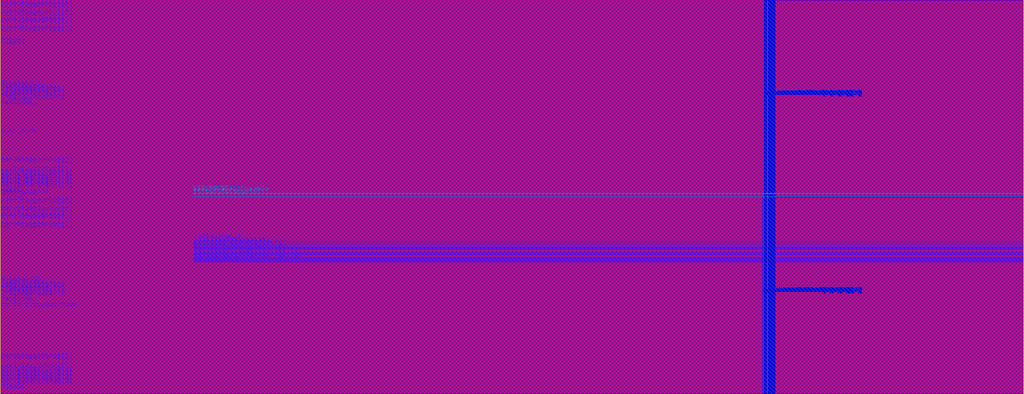
<source format=lef>
# LEF OUT API 
# Creation Date : Wed Jun 22 09:27:00 IST 2022
# 
VERSION 5.8 ;
BUSBITCHARS "[]" ;
DIVIDERCHAR "/" ;
MACRO dwc_lpddr5xphy_zcalio_ew
  CLASS BLOCK ;
  ORIGIN 0 0 ;
  FOREIGN dwc_lpddr5xphy_zcalio_ew 0 0 ;
  SYMMETRY X Y ;
  SIZE 194.055 BY 74.76 ;
  PIN csrTxDcaFinePU0[2]
    DIRECTION INPUT ;
    USE SIGNAL ;
    ANTENNAPARTIALMETALAREA 0.022268 LAYER M6 ;
    ANTENNAMODEL OXIDE1 ;
      ANTENNAGATEAREA 0.00204 LAYER M6 ;
      ANTENNAMAXAREACAR 137.038 LAYER M6 ;
    PORT
      LAYER M6 ;
        RECT 0 2.717 0.038 2.755 ;
    END
  END csrTxDcaFinePU0[2]
  PIN csrTxDcaFinePU0[1]
    DIRECTION INPUT ;
    USE SIGNAL ;
    ANTENNAPARTIALMETALAREA 0.022268 LAYER M6 ;
    ANTENNAMODEL OXIDE1 ;
      ANTENNAGATEAREA 0.00204 LAYER M6 ;
      ANTENNAMAXAREACAR 113.297 LAYER M6 ;
    PORT
      LAYER M6 ;
        RECT 0 2.413 0.033 2.451 ;
    END
  END csrTxDcaFinePU0[1]
  PIN csrTxDcaFinePD0[1]
    DIRECTION INPUT ;
    USE SIGNAL ;
    ANTENNAPARTIALMETALAREA 0.028823 LAYER M6 ;
    ANTENNAMODEL OXIDE1 ;
      ANTENNAGATEAREA 0.00204 LAYER M6 ;
      ANTENNAMAXAREACAR 126.295 LAYER M6 ;
    PORT
      LAYER M6 ;
        RECT 0 1.653 0.034 1.691 ;
    END
  END csrTxDcaFinePD0[1]
  PIN csrLsTxCalCodePD1[1]
    DIRECTION INPUT ;
    USE SIGNAL ;
    ANTENNAPARTIALMETALAREA 1.41663975 LAYER M7 ;
    ANTENNAMODEL OXIDE1 ;
      ANTENNAGATEAREA 0.0081 LAYER M7 ;
      ANTENNAMAXAREACAR 489.454 LAYER M7 ;
    PORT
      LAYER M7 ;
        RECT 145.731 37.43 145.769 74.71 ;
    END
  END csrLsTxCalCodePD1[1]
  PIN csrLsTxCalCodePD1[2]
    DIRECTION INPUT ;
    USE SIGNAL ;
    ANTENNAPARTIALMETALAREA 1.41663975 LAYER M7 ;
    ANTENNAMODEL OXIDE1 ;
      ANTENNAGATEAREA 0.0081 LAYER M7 ;
      ANTENNAMAXAREACAR 481.928 LAYER M7 ;
    PORT
      LAYER M7 ;
        RECT 145.807 37.43 145.845 74.71 ;
    END
  END csrLsTxCalCodePD1[2]
  PIN csrLsTxCalCodePD1[3]
    DIRECTION INPUT ;
    USE SIGNAL ;
    ANTENNAPARTIALMETALAREA 1.41663975 LAYER M7 ;
    ANTENNAMODEL OXIDE1 ;
      ANTENNAGATEAREA 0.0081 LAYER M7 ;
      ANTENNAMAXAREACAR 473.961 LAYER M7 ;
    PORT
      LAYER M7 ;
        RECT 145.883 37.43 145.921 74.71 ;
    END
  END csrLsTxCalCodePD1[3]
  PIN csrLsTxCalCodePD1[4]
    DIRECTION INPUT ;
    USE SIGNAL ;
    ANTENNAPARTIALMETALAREA 1.41663975 LAYER M7 ;
    ANTENNAMODEL OXIDE1 ;
      ANTENNAGATEAREA 0.0081 LAYER M7 ;
      ANTENNAMAXAREACAR 467.395 LAYER M7 ;
    PORT
      LAYER M7 ;
        RECT 145.959 37.43 145.997 74.71 ;
    END
  END csrLsTxCalCodePD1[4]
  PIN csrLsTxCalCodePD1[5]
    DIRECTION INPUT ;
    USE SIGNAL ;
    ANTENNAPARTIALMETALAREA 1.41663975 LAYER M7 ;
    ANTENNAMODEL OXIDE1 ;
      ANTENNAGATEAREA 0.0081 LAYER M7 ;
      ANTENNAMAXAREACAR 460.751 LAYER M7 ;
    PORT
      LAYER M7 ;
        RECT 146.035 37.43 146.073 74.71 ;
    END
  END csrLsTxCalCodePD1[5]
  PIN csrLsTxCalCodePD1[6]
    DIRECTION INPUT ;
    USE SIGNAL ;
    ANTENNAPARTIALMETALAREA 1.41663975 LAYER M7 ;
    ANTENNAMODEL OXIDE1 ;
      ANTENNAGATEAREA 0.0081 LAYER M7 ;
      ANTENNAMAXAREACAR 429.749 LAYER M7 ;
    PORT
      LAYER M7 ;
        RECT 146.111 37.43 146.149 74.71 ;
    END
  END csrLsTxCalCodePD1[6]
  PIN csrLsTxCalCodePD0[3]
    DIRECTION INPUT ;
    USE SIGNAL ;
    ANTENNAPARTIALMETALAREA 1.41663975 LAYER M7 ;
    ANTENNAMODEL OXIDE1 ;
      ANTENNAGATEAREA 0.0081 LAYER M7 ;
      ANTENNAMAXAREACAR 473.961 LAYER M7 ;
    PORT
      LAYER M7 ;
        RECT 145.883 0.05 145.921 37.33 ;
    END
  END csrLsTxCalCodePD0[3]
  PIN csrLsTxCalCodePD1[8]
    DIRECTION INPUT ;
    USE SIGNAL ;
    ANTENNAPARTIALMETALAREA 1.41663975 LAYER M7 ;
    ANTENNAMODEL OXIDE1 ;
      ANTENNAGATEAREA 0.0081 LAYER M7 ;
      ANTENNAMAXAREACAR 440.839 LAYER M7 ;
    PORT
      LAYER M7 ;
        RECT 146.263 37.43 146.301 74.71 ;
    END
  END csrLsTxCalCodePD1[8]
  PIN csrLsTxCalCodeLPPU0[0]
    DIRECTION INPUT ;
    USE SIGNAL ;
    ANTENNAPARTIALMETALAREA 1.41663975 LAYER M7 ;
    ANTENNAMODEL OXIDE1 ;
      ANTENNAGATEAREA 0.0081 LAYER M7 ;
      ANTENNAMAXAREACAR 482.52 LAYER M7 ;
    PORT
      LAYER M7 ;
        RECT 146.339 0.05 146.377 37.33 ;
    END
  END csrLsTxCalCodeLPPU0[0]
  PIN csrLsTxCalCodeLPPU0[2]
    DIRECTION INPUT ;
    USE SIGNAL ;
    ANTENNAPARTIALMETALAREA 1.41663975 LAYER M7 ;
    ANTENNAMODEL OXIDE1 ;
      ANTENNAGATEAREA 0.0081 LAYER M7 ;
      ANTENNAMAXAREACAR 466.08 LAYER M7 ;
    PORT
      LAYER M7 ;
        RECT 146.491 0.05 146.529 37.33 ;
    END
  END csrLsTxCalCodeLPPU0[2]
  PIN csrLsTxCalCodeLPPU0[8]
    DIRECTION INPUT ;
    USE SIGNAL ;
    ANTENNAPARTIALMETALAREA 1.41663975 LAYER M7 ;
    ANTENNAMODEL OXIDE1 ;
      ANTENNAGATEAREA 0.0081 LAYER M7 ;
      ANTENNAMAXAREACAR 378.076 LAYER M7 ;
    PORT
      LAYER M7 ;
        RECT 146.947 0.05 146.985 37.33 ;
    END
  END csrLsTxCalCodeLPPU0[8]
  PIN csrLsTxCalCodeLPPU0[6]
    DIRECTION INPUT ;
    USE SIGNAL ;
    ANTENNAPARTIALMETALAREA 1.41663975 LAYER M7 ;
    ANTENNAMODEL OXIDE1 ;
      ANTENNAGATEAREA 0.0081 LAYER M7 ;
      ANTENNAMAXAREACAR 399.026 LAYER M7 ;
    PORT
      LAYER M7 ;
        RECT 146.795 0.05 146.833 37.33 ;
    END
  END csrLsTxCalCodeLPPU0[6]
  PIN csrLsTxCalCodeLPPU0[5]
    DIRECTION INPUT ;
    USE SIGNAL ;
    ANTENNAPARTIALMETALAREA 1.41663975 LAYER M7 ;
    ANTENNAMODEL OXIDE1 ;
      ANTENNAGATEAREA 0.0081 LAYER M7 ;
      ANTENNAMAXAREACAR 428.826 LAYER M7 ;
    PORT
      LAYER M7 ;
        RECT 146.719 0.05 146.757 37.33 ;
    END
  END csrLsTxCalCodeLPPU0[5]
  PIN csrLsTxCalCodeLPPU0[4]
    DIRECTION INPUT ;
    USE SIGNAL ;
    ANTENNAPARTIALMETALAREA 1.41663975 LAYER M7 ;
    ANTENNAMODEL OXIDE1 ;
      ANTENNAGATEAREA 0.0081 LAYER M7 ;
      ANTENNAMAXAREACAR 429.877 LAYER M7 ;
    PORT
      LAYER M7 ;
        RECT 146.643 0.05 146.681 37.33 ;
    END
  END csrLsTxCalCodeLPPU0[4]
  PIN csrLsTxCalCodeLPPU0[3]
    DIRECTION INPUT ;
    USE SIGNAL ;
    ANTENNAPARTIALMETALAREA 1.41663975 LAYER M7 ;
    ANTENNAMODEL OXIDE1 ;
      ANTENNAGATEAREA 0.0081 LAYER M7 ;
      ANTENNAMAXAREACAR 453.838 LAYER M7 ;
    PORT
      LAYER M7 ;
        RECT 146.567 0.05 146.605 37.33 ;
    END
  END csrLsTxCalCodeLPPU0[3]
  PIN csrLsTxCalCodeLPPU0[1]
    DIRECTION INPUT ;
    USE SIGNAL ;
    ANTENNAPARTIALMETALAREA 1.41663975 LAYER M7 ;
    ANTENNAMODEL OXIDE1 ;
      ANTENNAGATEAREA 0.0081 LAYER M7 ;
      ANTENNAMAXAREACAR 462.54 LAYER M7 ;
    PORT
      LAYER M7 ;
        RECT 146.415 0.05 146.453 37.33 ;
    END
  END csrLsTxCalCodeLPPU0[1]
  PIN csrLsTxCalCodeLPPU1[0]
    DIRECTION INPUT ;
    USE SIGNAL ;
    ANTENNAPARTIALMETALAREA 1.41663975 LAYER M7 ;
    ANTENNAMODEL OXIDE1 ;
      ANTENNAGATEAREA 0.0081 LAYER M7 ;
      ANTENNAMAXAREACAR 482.52 LAYER M7 ;
    PORT
      LAYER M7 ;
        RECT 146.339 37.43 146.377 74.71 ;
    END
  END csrLsTxCalCodeLPPU1[0]
  PIN csrLsTxCalCodeLPPU1[1]
    DIRECTION INPUT ;
    USE SIGNAL ;
    ANTENNAPARTIALMETALAREA 1.41663975 LAYER M7 ;
    ANTENNAMODEL OXIDE1 ;
      ANTENNAGATEAREA 0.0081 LAYER M7 ;
      ANTENNAMAXAREACAR 462.54 LAYER M7 ;
    PORT
      LAYER M7 ;
        RECT 146.415 37.43 146.453 74.71 ;
    END
  END csrLsTxCalCodeLPPU1[1]
  PIN csrLsTxSlewLPPU0[0]
    DIRECTION INPUT ;
    USE SIGNAL ;
    ANTENNAPARTIALMETALAREA 1.41663975 LAYER M7 ;
    ANTENNAMODEL OXIDE1 ;
      ANTENNAGATEAREA 0.0054 LAYER M7 ;
      ANTENNAMAXAREACAR 321.322 LAYER M7 ;
    PORT
      LAYER M7 ;
        RECT 144.971 0.05 145.009 37.33 ;
    END
  END csrLsTxSlewLPPU0[0]
  PIN csrLsTxSlewLPPU0[1]
    DIRECTION INPUT ;
    USE SIGNAL ;
    ANTENNAPARTIALMETALAREA 1.41663975 LAYER M7 ;
    ANTENNAMODEL OXIDE1 ;
      ANTENNAGATEAREA 0.0054 LAYER M7 ;
      ANTENNAMAXAREACAR 319.472 LAYER M7 ;
    PORT
      LAYER M7 ;
        RECT 145.047 0.05 145.085 37.33 ;
    END
  END csrLsTxSlewLPPU0[1]
  PIN csrLsTxSlewLPPU0[2]
    DIRECTION INPUT ;
    USE SIGNAL ;
    ANTENNAPARTIALMETALAREA 1.41663975 LAYER M7 ;
    ANTENNAMODEL OXIDE1 ;
      ANTENNAGATEAREA 0.0081 LAYER M7 ;
      ANTENNAMAXAREACAR 347.754 LAYER M7 ;
    PORT
      LAYER M7 ;
        RECT 144.895 0.05 144.933 37.33 ;
    END
  END csrLsTxSlewLPPU0[2]
  PIN csrLsTxSlewPD0[0]
    DIRECTION INPUT ;
    USE SIGNAL ;
    ANTENNAPARTIALMETALAREA 1.41663975 LAYER M7 ;
    ANTENNAMODEL OXIDE1 ;
      ANTENNAGATEAREA 0.0054 LAYER M7 ;
      ANTENNAMAXAREACAR 314.013 LAYER M7 ;
    PORT
      LAYER M7 ;
        RECT 145.123 0.05 145.161 37.33 ;
    END
  END csrLsTxSlewPD0[0]
  PIN csrLsTxSlewPD0[1]
    DIRECTION INPUT ;
    USE SIGNAL ;
    ANTENNAPARTIALMETALAREA 1.41663975 LAYER M7 ;
    ANTENNAMODEL OXIDE1 ;
      ANTENNAGATEAREA 0.0054 LAYER M7 ;
      ANTENNAMAXAREACAR 308.815 LAYER M7 ;
    PORT
      LAYER M7 ;
        RECT 145.199 0.05 145.237 37.33 ;
    END
  END csrLsTxSlewPD0[1]
  PIN VIO_TXBE0_PAD
    DIRECTION OUTPUT ;
    USE SIGNAL ;
    ANTENNAPARTIALMETALAREA 6.8607 LAYER M10 ;
    ANTENNADIFFAREA 3.9769 LAYER M10 ;
    ANTENNAMODEL OXIDE1 ;
      ANTENNAGATEAREA 6.5367 LAYER M10 ;
      ANTENNAMAXAREACAR 6.51602 LAYER M10 ;
    PORT
      LAYER M10 ;
        RECT 160.4665 30.9755 172.52 31.4255 ;
        RECT 160.4665 19.5515 172.52 20.0015 ;
        RECT 160.4665 8.1275 172.52 8.5775 ;
    END
    PORT
      LAYER M10 ;
        RECT 176.661 6.4915 191.907 6.9415 ;
    END
    PORT
      LAYER M10 ;
        RECT 176.661 4.4755 191.907 4.9255 ;
    END
    PORT
      LAYER M10 ;
        RECT 176.661 8.5075 191.907 8.9575 ;
    END
    PORT
      LAYER M10 ;
        RECT 176.661 18.5875 191.907 19.0375 ;
    END
    PORT
      LAYER M10 ;
        RECT 176.661 10.5235 191.907 10.9735 ;
    END
    PORT
      LAYER M10 ;
        RECT 176.661 12.5395 191.907 12.9895 ;
    END
    PORT
      LAYER M10 ;
        RECT 176.661 16.5715 191.907 17.0215 ;
    END
    PORT
      LAYER M10 ;
        RECT 176.661 22.6195 191.907 23.0695 ;
    END
    PORT
      LAYER M10 ;
        RECT 176.661 24.6355 191.907 25.0855 ;
    END
    PORT
      LAYER M10 ;
        RECT 176.661 20.6035 191.907 21.0535 ;
    END
    PORT
      LAYER M10 ;
        RECT 176.661 14.5555 191.907 15.0055 ;
    END
    PORT
      LAYER M10 ;
        RECT 176.661 26.6515 191.907 27.1015 ;
    END
    PORT
      LAYER M10 ;
        RECT 176.661 30.6835 191.907 31.1335 ;
    END
    PORT
      LAYER M10 ;
        RECT 176.661 32.6995 191.907 33.1495 ;
    END
    PORT
      LAYER M10 ;
        RECT 176.661 28.6675 191.907 29.1175 ;
    END
  END VIO_TXBE0_PAD
  PIN TIEHI0
    DIRECTION OUTPUT ;
    USE SIGNAL ;
    ANTENNAPARTIALMETALAREA 5.46024 LAYER M6 ;
    ANTENNADIFFAREA 0.00459 LAYER M6 ;
    PORT
      LAYER M6 ;
        RECT 0 0.354 0.038 0.392 ;
    END
  END TIEHI0
  PIN VIO_TXBE1_PAD
    DIRECTION OUTPUT ;
    USE SIGNAL ;
    ANTENNAPARTIALMETALAREA 6.8607 LAYER M10 ;
    ANTENNADIFFAREA 3.9769 LAYER M10 ;
    ANTENNAMODEL OXIDE1 ;
      ANTENNAGATEAREA 6.5367 LAYER M10 ;
      ANTENNAMAXAREACAR 6.51602 LAYER M10 ;
    PORT
      LAYER M10 ;
        RECT 160.4665 45.5075 172.52 45.9575 ;
    END
    PORT
      LAYER M10 ;
        RECT 160.4665 56.9315 172.52 57.3815 ;
    END
    PORT
      LAYER M10 ;
        RECT 160.4665 68.3555 172.52 68.8055 ;
    END
    PORT
      LAYER M10 ;
        RECT 176.661 43.8715 191.907 44.3215 ;
    END
    PORT
      LAYER M10 ;
        RECT 176.661 41.8555 191.907 42.3055 ;
    END
    PORT
      LAYER M10 ;
        RECT 176.661 45.8875 191.907 46.3375 ;
    END
    PORT
      LAYER M10 ;
        RECT 176.661 55.9675 191.907 56.4175 ;
    END
    PORT
      LAYER M10 ;
        RECT 176.661 47.9035 191.907 48.3535 ;
    END
    PORT
      LAYER M10 ;
        RECT 176.661 49.9195 191.907 50.3695 ;
    END
    PORT
      LAYER M10 ;
        RECT 176.661 53.9515 191.907 54.4015 ;
    END
    PORT
      LAYER M10 ;
        RECT 176.661 59.9995 191.907 60.4495 ;
    END
    PORT
      LAYER M10 ;
        RECT 176.661 62.0155 191.907 62.4655 ;
    END
    PORT
      LAYER M10 ;
        RECT 176.661 57.9835 191.907 58.4335 ;
    END
    PORT
      LAYER M10 ;
        RECT 176.661 51.9355 191.907 52.3855 ;
    END
    PORT
      LAYER M10 ;
        RECT 176.661 64.0315 191.907 64.4815 ;
    END
    PORT
      LAYER M10 ;
        RECT 176.661 68.0635 191.907 68.5135 ;
    END
    PORT
      LAYER M10 ;
        RECT 176.661 70.0795 191.907 70.5295 ;
    END
    PORT
      LAYER M10 ;
        RECT 176.661 66.0475 191.907 66.4975 ;
    END
  END VIO_TXBE1_PAD
  PIN csrLsTxSlewPD0[2]
    DIRECTION INPUT ;
    USE SIGNAL ;
    ANTENNAPARTIALMETALAREA 1.41663975 LAYER M7 ;
    ANTENNAMODEL OXIDE1 ;
      ANTENNAGATEAREA 0.0054 LAYER M7 ;
      ANTENNAMAXAREACAR 305.882 LAYER M7 ;
    PORT
      LAYER M7 ;
        RECT 145.275 0.05 145.313 37.33 ;
    END
  END csrLsTxSlewPD0[2]
  PIN csrLsTxCalCodeLPPU1[2]
    DIRECTION INPUT ;
    USE SIGNAL ;
    ANTENNAPARTIALMETALAREA 1.41663975 LAYER M7 ;
    ANTENNAMODEL OXIDE1 ;
      ANTENNAGATEAREA 0.0081 LAYER M7 ;
      ANTENNAMAXAREACAR 466.08 LAYER M7 ;
    PORT
      LAYER M7 ;
        RECT 146.491 37.43 146.529 74.71 ;
    END
  END csrLsTxCalCodeLPPU1[2]
  PIN TIELO0
    DIRECTION OUTPUT ;
    USE SIGNAL ;
    ANTENNAPARTIALMETALAREA 5.45342 LAYER M6 ;
    ANTENNADIFFAREA 0.00918 LAYER M6 ;
    PORT
      LAYER M6 ;
        RECT 0 0.278 0.038 0.316 ;
    END
  END TIELO0
  PIN csrLsTxSlewPD0[3]
    DIRECTION INPUT ;
    USE SIGNAL ;
    ANTENNAPARTIALMETALAREA 1.41663975 LAYER M7 ;
    ANTENNAMODEL OXIDE1 ;
      ANTENNAGATEAREA 0.0054 LAYER M7 ;
      ANTENNAMAXAREACAR 331.005 LAYER M7 ;
    PORT
      LAYER M7 ;
        RECT 145.351 0.05 145.389 37.33 ;
    END
  END csrLsTxSlewPD0[3]
  PIN csrLsTxSlewPD1[3]
    DIRECTION INPUT ;
    USE SIGNAL ;
    ANTENNAPARTIALMETALAREA 1.41663975 LAYER M7 ;
    ANTENNAMODEL OXIDE1 ;
      ANTENNAGATEAREA 0.0054 LAYER M7 ;
      ANTENNAMAXAREACAR 331.005 LAYER M7 ;
    PORT
      LAYER M7 ;
        RECT 145.351 37.43 145.389 74.71 ;
    END
  END csrLsTxSlewPD1[3]
  PIN csrTxSeg120PU1[2]
    DIRECTION INPUT ;
    USE SIGNAL ;
    ANTENNAPARTIALMETALAREA 0.023636 LAYER M6 ;
    ANTENNAMODEL OXIDE1 ;
      ANTENNAGATEAREA 0.00204 LAYER M6 ;
      ANTENNAMAXAREACAR 91.5509 LAYER M6 ;
    PORT
      LAYER M6 ;
        RECT 0 41.629 0.038 41.667 ;
    END
  END csrTxSeg120PU1[2]
  PIN csrOdtSeg120PU1[2]
    DIRECTION INPUT ;
    USE SIGNAL ;
    ANTENNAPARTIALMETALAREA 0.022268 LAYER M6 ;
    ANTENNAMODEL OXIDE1 ;
      ANTENNAGATEAREA 0.00204 LAYER M6 ;
      ANTENNAMAXAREACAR 96.6108 LAYER M6 ;
    PORT
      LAYER M6 ;
        RECT 0 41.173 0.038 41.211 ;
    END
  END csrOdtSeg120PU1[2]
  PIN csrOdtSeg120PD1[2]
    DIRECTION INPUT ;
    USE SIGNAL ;
    ANTENNAPARTIALMETALAREA 0.022268 LAYER M6 ;
    ANTENNAMODEL OXIDE1 ;
      ANTENNAGATEAREA 0.00204 LAYER M6 ;
      ANTENNAMAXAREACAR 87.1059 LAYER M6 ;
    PORT
      LAYER M6 ;
        RECT 0 43.301 0.038 43.339 ;
    END
  END csrOdtSeg120PD1[2]
  PIN csrTxSeg120PD1[2]
    DIRECTION INPUT ;
    USE SIGNAL ;
    ANTENNAPARTIALMETALAREA 0.024529 LAYER M6 ;
    ANTENNAMODEL OXIDE1 ;
      ANTENNAGATEAREA 0.00204 LAYER M6 ;
      ANTENNAMAXAREACAR 87.1897 LAYER M6 ;
    PORT
      LAYER M6 ;
        RECT 0 43.453 0.038 43.491 ;
    END
  END csrTxSeg120PD1[2]
  PIN csrTxDcaFinePD0[0]
    DIRECTION INPUT ;
    USE SIGNAL ;
    ANTENNAPARTIALMETALAREA 0.022268 LAYER M6 ;
    ANTENNAMODEL OXIDE1 ;
      ANTENNAGATEAREA 0.00408 LAYER M6 ;
      ANTENNAMAXAREACAR 75.8058 LAYER M6 ;
    PORT
      LAYER M6 ;
        RECT 0 1.957 0.034 1.995 ;
    END
  END csrTxDcaFinePD0[0]
  PIN scan_mode
    DIRECTION INPUT ;
    USE SIGNAL ;
    ANTENNAPARTIALMETALAREA 0.080959 LAYER M6 ;
    ANTENNAMODEL OXIDE1 ;
      ANTENNAGATEAREA 0.09384 LAYER M6 ;
      ANTENNAMAXAREACAR 90.30759975 LAYER M6 ;
    PORT
      LAYER M6 ;
        RECT 0 48.925 0.038 48.963 ;
    END
  END scan_mode
  PIN csrTxDcaMode
    DIRECTION INPUT ;
    USE SIGNAL ;
    ANTENNAPARTIALMETALAREA 0.02964 LAYER M6 ;
    ANTENNAPARTIALMETALAREA 0.465234 LAYER M7 ;
    ANTENNAPARTIALCUTAREA 0.001444 LAYER VIA6 ;
    ANTENNAMODEL OXIDE1 ;
      ANTENNAGATEAREA 0.00816 LAYER M7 ;
      ANTENNAMAXAREACAR 384.2 LAYER M7 ;
    PORT
      LAYER M6 ;
        RECT 0 37.373 0.038 37.411 ;
    END
  END csrTxDcaMode
  PIN csrTxDcaFinePU1[3]
    DIRECTION INPUT ;
    USE SIGNAL ;
    ANTENNAPARTIALMETALAREA 0.028823 LAYER M6 ;
    ANTENNAMODEL OXIDE1 ;
      ANTENNAGATEAREA 0.00408 LAYER M6 ;
      ANTENNAMAXAREACAR 85.19929975 LAYER M6 ;
    PORT
      LAYER M6 ;
        RECT 0 40.261 0.033 40.299 ;
    END
  END csrTxDcaFinePU1[3]
  PIN csrTxSeg120PD1[1]
    DIRECTION INPUT ;
    USE SIGNAL ;
    ANTENNAPARTIALMETALAREA 0.022933 LAYER M6 ;
    ANTENNAMODEL OXIDE1 ;
      ANTENNAGATEAREA 0.00204 LAYER M6 ;
      ANTENNAMAXAREACAR 87.8632 LAYER M6 ;
    PORT
      LAYER M6 ;
        RECT 0 69.825 0.038 69.863 ;
    END
  END csrTxSeg120PD1[1]
  PIN csrTxSeg120PD1[0]
    DIRECTION INPUT ;
    USE SIGNAL ;
    ANTENNAPARTIALMETALAREA 0.024662 LAYER M6 ;
    ANTENNAMODEL OXIDE1 ;
      ANTENNAGATEAREA 0.00204 LAYER M6 ;
      ANTENNAMAXAREACAR 92.5245 LAYER M6 ;
    PORT
      LAYER M6 ;
        RECT 0 72.713 0.038 72.751 ;
    END
  END csrTxSeg120PD1[0]
  PIN csrTxSeg120PU1[0]
    DIRECTION INPUT ;
    USE SIGNAL ;
    ANTENNAPARTIALMETALAREA 0.024662 LAYER M6 ;
    ANTENNAMODEL OXIDE1 ;
      ANTENNAGATEAREA 0.00204 LAYER M6 ;
      ANTENNAMAXAREACAR 87.8774 LAYER M6 ;
    PORT
      LAYER M6 ;
        RECT 0 71.117 0.038 71.155 ;
    END
  END csrTxSeg120PU1[0]
  PIN csrOdtSeg120PD1[1]
    DIRECTION INPUT ;
    USE SIGNAL ;
    ANTENNAPARTIALMETALAREA 0.023636 LAYER M6 ;
    ANTENNAMODEL OXIDE1 ;
      ANTENNAGATEAREA 0.00204 LAYER M6 ;
      ANTENNAMAXAREACAR 97.7667 LAYER M6 ;
    PORT
      LAYER M6 ;
        RECT 0 70.129 0.038 70.167 ;
    END
  END csrOdtSeg120PD1[1]
  PIN csrOdtSeg120PD1[0]
    DIRECTION INPUT ;
    USE SIGNAL ;
    ANTENNAPARTIALMETALAREA 0.024662 LAYER M6 ;
    ANTENNAMODEL OXIDE1 ;
      ANTENNAGATEAREA 0.00204 LAYER M6 ;
      ANTENNAMAXAREACAR 100.681 LAYER M6 ;
    PORT
      LAYER M6 ;
        RECT 0 73.093 0.038 73.131 ;
    END
  END csrOdtSeg120PD1[0]
  PIN csrTxSeg120PU1[1]
    DIRECTION INPUT ;
    USE SIGNAL ;
    ANTENNAPARTIALMETALAREA 0.023636 LAYER M6 ;
    ANTENNAMODEL OXIDE1 ;
      ANTENNAGATEAREA 0.00204 LAYER M6 ;
      ANTENNAMAXAREACAR 85.5019 LAYER M6 ;
    PORT
      LAYER M6 ;
        RECT 0 68.229 0.038 68.267 ;
    END
  END csrTxSeg120PU1[1]
  PIN csrOdtSeg120PU1[0]
    DIRECTION INPUT ;
    USE SIGNAL ;
    ANTENNAPARTIALMETALAREA 0.024662 LAYER M6 ;
    ANTENNAMODEL OXIDE1 ;
      ANTENNAGATEAREA 0.00204 LAYER M6 ;
      ANTENNAMAXAREACAR 101.721 LAYER M6 ;
    PORT
      LAYER M6 ;
        RECT 0 71.497 0.038 71.535 ;
    END
  END csrOdtSeg120PU1[0]
  PIN csrCoreLoopBackMode
    DIRECTION INPUT ;
    USE SIGNAL ;
    ANTENNAPARTIALMETALAREA 0.084721 LAYER M6 ;
    ANTENNAMODEL OXIDE1 ;
      ANTENNAGATEAREA 0.00816 LAYER M6 ;
      ANTENNAMAXAREACAR 138.722 LAYER M6 ;
    PORT
      LAYER M6 ;
        RECT 0 15.941 0.038 15.979 ;
    END
  END csrCoreLoopBackMode
  PIN TxFwdClk1
    DIRECTION OUTPUT ;
    USE SIGNAL ;
    ANTENNAPARTIALMETALAREA 0.029564 LAYER M6 ;
    ANTENNADIFFAREA 0.00305975 LAYER M6 ;
    PORT
      LAYER M6 ;
        RECT 0 56.145 0.038 56.183 ;
    END
  END TxFwdClk1
  PIN TxClk
    DIRECTION INPUT ;
    USE SIGNAL ;
    ANTENNAPARTIALMETALAREA 0.028633 LAYER M6 ;
    ANTENNAPARTIALMETALAREA 1.42671 LAYER M7 ;
    ANTENNAPARTIALCUTAREA 0.001444 LAYER VIA6 ;
    ANTENNAMODEL OXIDE1 ;
      ANTENNAGATEAREA 0.03066 LAYER M7 ;
      ANTENNAMAXAREACAR 58.1773 LAYER M7 ;
    PORT
      LAYER M6 ;
        RECT 0 37.601 0.038 37.639 ;
    END
  END TxClk
  PIN TxDataEven1
    DIRECTION INPUT ;
    USE SIGNAL ;
    ANTENNAPARTIALMETALAREA 0.034808 LAYER M6 ;
    ANTENNAMODEL OXIDE1 ;
      ANTENNAGATEAREA 0.00204 LAYER M6 ;
      ANTENNAMAXAREACAR 65.25889975 LAYER M6 ;
    PORT
      LAYER M6 ;
        RECT 0 57.513 0.038 57.551 ;
    END
  END TxDataEven1
  PIN TxOEOdd1
    DIRECTION INPUT ;
    USE SIGNAL ;
    ANTENNAPARTIALMETALAREA 0.026619 LAYER M6 ;
    ANTENNAMODEL OXIDE1 ;
      ANTENNAGATEAREA 0.00867 LAYER M6 ;
      ANTENNAMAXAREACAR 34.4283 LAYER M6 ;
    PORT
      LAYER M6 ;
        RECT 0 54.321 0.038 54.359 ;
    END
  END TxOEOdd1
  PIN TxOEEven1
    DIRECTION INPUT ;
    USE SIGNAL ;
    ANTENNAPARTIALMETALAREA 0.034789 LAYER M6 ;
    ANTENNAMODEL OXIDE1 ;
      ANTENNAGATEAREA 0.00867 LAYER M6 ;
      ANTENNAMAXAREACAR 34.0927 LAYER M6 ;
    PORT
      LAYER M6 ;
        RECT 0 54.017 0.038 54.055 ;
    END
  END TxOEEven1
  PIN OdtEn
    DIRECTION INPUT ;
    USE SIGNAL ;
    ANTENNAPARTIALMETALAREA 0.04339 LAYER M2 ;
    ANTENNAPARTIALMETALAREA 0.00758 LAYER M3 ;
    ANTENNAPARTIALMETALAREA 0.16908 LAYER M4 ;
    ANTENNAPARTIALMETALAREA 0.028025 LAYER M6 ;
    ANTENNAPARTIALMETALAREA 1.42263975 LAYER M7 ;
    ANTENNAPARTIALCUTAREA 0.000256 LAYER VIA2 ;
    ANTENNAPARTIALCUTAREA 0.001 LAYER VIA3 ;
    ANTENNAPARTIALCUTAREA 0.001444 LAYER VIA4 ;
    ANTENNAPARTIALCUTAREA 0.001444 LAYER VIA6 ;
    ANTENNAMODEL OXIDE1 ;
      ANTENNAGATEAREA 0.00305975 LAYER M2 ;
      ANTENNAGATEAREA 0.00305975 LAYER M3 ;
      ANTENNAGATEAREA 0.00305975 LAYER M4 ;
      ANTENNAGATEAREA 0.00611975 LAYER M7 ;
      ANTENNAGATEAREA 0.00305975 LAYER VIA2 ;
      ANTENNAGATEAREA 0.00305975 LAYER VIA3 ;
      ANTENNAGATEAREA 0.00305975 LAYER VIA4 ;
      ANTENNAMAXAREACAR 31.9385 LAYER M2 ;
      ANTENNAMAXAREACAR 34.4156 LAYER M3 ;
      ANTENNAMAXAREACAR 89.6705 LAYER M4 ;
      ANTENNAMAXAREACAR 337.886 LAYER M7 ;
      ANTENNAMAXCUTCAR 0.52679675 LAYER VIA2 ;
      ANTENNAMAXCUTCAR 0.85359375 LAYER VIA3 ;
      ANTENNAMAXCUTCAR 1.32549 LAYER VIA4 ;
    PORT
      LAYER M6 ;
        RECT 0 37.525 0.038 37.563 ;
    END
  END OdtEn
  PIN csrLsTxCalCodePD0[0]
    DIRECTION INPUT ;
    USE SIGNAL ;
    ANTENNAPARTIALMETALAREA 1.41663975 LAYER M7 ;
    ANTENNAMODEL OXIDE1 ;
      ANTENNAGATEAREA 0.0081 LAYER M7 ;
      ANTENNAMAXAREACAR 500.006 LAYER M7 ;
    PORT
      LAYER M7 ;
        RECT 145.655 0.05 145.693 37.33 ;
    END
  END csrLsTxCalCodePD0[0]
  PIN csrTxDcaFinePU1[2]
    DIRECTION INPUT ;
    USE SIGNAL ;
    ANTENNAPARTIALMETALAREA 0.022268 LAYER M6 ;
    ANTENNAMODEL OXIDE1 ;
      ANTENNAGATEAREA 0.00204 LAYER M6 ;
      ANTENNAMAXAREACAR 137.038 LAYER M6 ;
    PORT
      LAYER M6 ;
        RECT 0 39.957 0.038 39.995 ;
    END
  END csrTxDcaFinePU1[2]
  PIN csrTxDcaFinePU1[1]
    DIRECTION INPUT ;
    USE SIGNAL ;
    ANTENNAPARTIALMETALAREA 0.022268 LAYER M6 ;
    ANTENNAMODEL OXIDE1 ;
      ANTENNAGATEAREA 0.00204 LAYER M6 ;
      ANTENNAMAXAREACAR 113.297 LAYER M6 ;
    PORT
      LAYER M6 ;
        RECT 0 39.653 0.033 39.691 ;
    END
  END csrTxDcaFinePU1[1]
  PIN csrTxDcaFinePD1[1]
    DIRECTION INPUT ;
    USE SIGNAL ;
    ANTENNAPARTIALMETALAREA 0.028823 LAYER M6 ;
    ANTENNAMODEL OXIDE1 ;
      ANTENNAGATEAREA 0.00204 LAYER M6 ;
      ANTENNAMAXAREACAR 126.295 LAYER M6 ;
    PORT
      LAYER M6 ;
        RECT 0 38.893 0.034 38.931 ;
    END
  END csrTxDcaFinePD1[1]
  PIN csrTxDcaFinePD1[0]
    DIRECTION INPUT ;
    USE SIGNAL ;
    ANTENNAPARTIALMETALAREA 0.022268 LAYER M6 ;
    ANTENNAMODEL OXIDE1 ;
      ANTENNAGATEAREA 0.00408 LAYER M6 ;
      ANTENNAMAXAREACAR 75.8058 LAYER M6 ;
    PORT
      LAYER M6 ;
        RECT 0 39.197 0.034 39.235 ;
    END
  END csrTxDcaFinePD1[0]
  PIN csrTxDcaFinePD1[3]
    DIRECTION INPUT ;
    USE SIGNAL ;
    ANTENNAPARTIALMETALAREA 0.022268 LAYER M6 ;
    ANTENNAMODEL OXIDE1 ;
      ANTENNAGATEAREA 0.00408 LAYER M6 ;
      ANTENNAMAXAREACAR 82.3451 LAYER M6 ;
    PORT
      LAYER M6 ;
        RECT 0 38.437 0.034 38.475 ;
    END
  END csrTxDcaFinePD1[3]
  PIN csrTxDcaFinePU1[0]
    DIRECTION INPUT ;
    USE SIGNAL ;
    ANTENNAPARTIALMETALAREA 0.028823 LAYER M6 ;
    ANTENNAMODEL OXIDE1 ;
      ANTENNAGATEAREA 0.00408 LAYER M6 ;
      ANTENNAMAXAREACAR 85.9592 LAYER M6 ;
    PORT
      LAYER M6 ;
        RECT 0 39.501 0.033 39.539 ;
    END
  END csrTxDcaFinePU1[0]
  PIN csrTxDcaFinePD1[2]
    DIRECTION INPUT ;
    USE SIGNAL ;
    ANTENNAPARTIALMETALAREA 0.022268 LAYER M6 ;
    ANTENNAMODEL OXIDE1 ;
      ANTENNAGATEAREA 0.00204 LAYER M6 ;
      ANTENNAMAXAREACAR 179.17 LAYER M6 ;
    PORT
      LAYER M6 ;
        RECT 0 38.741 0.034 38.779 ;
    END
  END csrTxDcaFinePD1[2]
  PIN csrTxDcaCoarse1[1]
    DIRECTION INPUT ;
    USE SIGNAL ;
    ANTENNAPARTIALMETALAREA 0.022268 LAYER M6 ;
    ANTENNAMODEL OXIDE1 ;
      ANTENNAGATEAREA 0.00204 LAYER M6 ;
      ANTENNAMAXAREACAR 116.091 LAYER M6 ;
    PORT
      LAYER M6 ;
        RECT 0 40.413 0.033 40.451 ;
    END
  END csrTxDcaCoarse1[1]
  PIN csrLsTxCalCodePD1[0]
    DIRECTION INPUT ;
    USE SIGNAL ;
    ANTENNAPARTIALMETALAREA 1.41663975 LAYER M7 ;
    ANTENNAMODEL OXIDE1 ;
      ANTENNAGATEAREA 0.0081 LAYER M7 ;
      ANTENNAMAXAREACAR 500.006 LAYER M7 ;
    PORT
      LAYER M7 ;
        RECT 145.655 37.43 145.693 74.71 ;
    END
  END csrLsTxCalCodePD1[0]
  PIN csrTxDcaCoarse1[0]
    DIRECTION INPUT ;
    USE SIGNAL ;
    ANTENNAPARTIALMETALAREA 0.022268 LAYER M6 ;
    ANTENNAMODEL OXIDE1 ;
      ANTENNAGATEAREA 0.00204 LAYER M6 ;
      ANTENNAMAXAREACAR 125.773 LAYER M6 ;
    PORT
      LAYER M6 ;
        RECT 0 40.717 0.033 40.755 ;
    END
  END csrTxDcaCoarse1[0]
  PIN csrTxDcaFinePD0[3]
    DIRECTION INPUT ;
    USE SIGNAL ;
    ANTENNAPARTIALMETALAREA 0.022268 LAYER M6 ;
    ANTENNAMODEL OXIDE1 ;
      ANTENNAGATEAREA 0.00408 LAYER M6 ;
      ANTENNAMAXAREACAR 82.3451 LAYER M6 ;
    PORT
      LAYER M6 ;
        RECT 0 1.197 0.034 1.235 ;
    END
  END csrTxDcaFinePD0[3]
  PIN csrTxDcaFinePU0[0]
    DIRECTION INPUT ;
    USE SIGNAL ;
    ANTENNAPARTIALMETALAREA 0.028823 LAYER M6 ;
    ANTENNAMODEL OXIDE1 ;
      ANTENNAGATEAREA 0.00408 LAYER M6 ;
      ANTENNAMAXAREACAR 85.9592 LAYER M6 ;
    PORT
      LAYER M6 ;
        RECT 0 2.261 0.033 2.299 ;
    END
  END csrTxDcaFinePU0[0]
  PIN csrTxDcaFinePD0[2]
    DIRECTION INPUT ;
    USE SIGNAL ;
    ANTENNAPARTIALMETALAREA 0.022268 LAYER M6 ;
    ANTENNAMODEL OXIDE1 ;
      ANTENNAGATEAREA 0.00204 LAYER M6 ;
      ANTENNAMAXAREACAR 179.17 LAYER M6 ;
    PORT
      LAYER M6 ;
        RECT 0 1.501 0.034 1.539 ;
    END
  END csrTxDcaFinePD0[2]
  PIN csrTxDcaCoarse0[1]
    DIRECTION INPUT ;
    USE SIGNAL ;
    ANTENNAPARTIALMETALAREA 0.022268 LAYER M6 ;
    ANTENNAMODEL OXIDE1 ;
      ANTENNAGATEAREA 0.00204 LAYER M6 ;
      ANTENNAMAXAREACAR 116.091 LAYER M6 ;
    PORT
      LAYER M6 ;
        RECT 0 3.173 0.033 3.211 ;
    END
  END csrTxDcaCoarse0[1]
  PIN TxDataOdd1
    DIRECTION INPUT ;
    USE SIGNAL ;
    ANTENNAPARTIALMETALAREA 0.026182 LAYER M6 ;
    ANTENNAMODEL OXIDE1 ;
      ANTENNAGATEAREA 0.00204 LAYER M6 ;
      ANTENNAMAXAREACAR 82.7265 LAYER M6 ;
    PORT
      LAYER M6 ;
        RECT 0 57.969 0.038 58.007 ;
    END
  END TxDataOdd1
  PIN csrLsTxCalCodePD0[4]
    DIRECTION INPUT ;
    USE SIGNAL ;
    ANTENNAPARTIALMETALAREA 1.41663975 LAYER M7 ;
    ANTENNAMODEL OXIDE1 ;
      ANTENNAGATEAREA 0.0081 LAYER M7 ;
      ANTENNAMAXAREACAR 467.395 LAYER M7 ;
    PORT
      LAYER M7 ;
        RECT 145.959 0.05 145.997 37.33 ;
    END
  END csrLsTxCalCodePD0[4]
  PIN TxBypassModeInt1
    DIRECTION INPUT ;
    USE SIGNAL ;
    ANTENNAPARTIALMETALAREA 0.026619 LAYER M6 ;
    ANTENNAMODEL OXIDE1 ;
      ANTENNAGATEAREA 0.00102 LAYER M6 ;
      ANTENNAMAXAREACAR 195.885 LAYER M6 ;
    PORT
      LAYER M6 ;
        RECT 0 55.309 0.038 55.347 ;
    END
  END TxBypassModeInt1
  PIN TxBypassDataInt1
    DIRECTION INPUT ;
    USE SIGNAL ;
    ANTENNAPARTIALMETALAREA 0.025156 LAYER M6 ;
    ANTENNAMODEL OXIDE1 ;
      ANTENNAGATEAREA 0.00102 LAYER M6 ;
      ANTENNAMAXAREACAR 324.389 LAYER M6 ;
    PORT
      LAYER M6 ;
        RECT 0 56.981 0.038 57.019 ;
    END
  END TxBypassDataInt1
  PIN TxBypassModeExt1
    DIRECTION INPUT ;
    USE SIGNAL ;
    ANTENNAPARTIALMETALAREA 0.034998 LAYER M6 ;
    ANTENNAMODEL OXIDE1 ;
      ANTENNAGATEAREA 0.00204 LAYER M6 ;
      ANTENNAMAXAREACAR 134.881 LAYER M6 ;
    PORT
      LAYER M6 ;
        RECT 0 56.221 0.038 56.259 ;
    END
  END TxBypassModeExt1
  PIN TxBypassOEExt1
    DIRECTION INPUT ;
    USE SIGNAL ;
    ANTENNAPARTIALMETALAREA 0.022781 LAYER M6 ;
    ANTENNAMODEL OXIDE1 ;
      ANTENNAGATEAREA 0.00102 LAYER M6 ;
      ANTENNAMAXAREACAR 377.175 LAYER M6 ;
    PORT
      LAYER M6 ;
        RECT 0 57.209 0.038 57.247 ;
    END
  END TxBypassOEExt1
  PIN TxBypassOEInt1
    DIRECTION INPUT ;
    USE SIGNAL ;
    ANTENNAPARTIALMETALAREA 0.027949 LAYER M6 ;
    ANTENNAMODEL OXIDE1 ;
      ANTENNAGATEAREA 0.00102 LAYER M6 ;
      ANTENNAMAXAREACAR 364.115 LAYER M6 ;
    PORT
      LAYER M6 ;
        RECT 0 55.537 0.038 55.575 ;
    END
  END TxBypassOEInt1
  PIN csrTxDcaCoarse0[0]
    DIRECTION INPUT ;
    USE SIGNAL ;
    ANTENNAPARTIALMETALAREA 0.022268 LAYER M6 ;
    ANTENNAMODEL OXIDE1 ;
      ANTENNAGATEAREA 0.00204 LAYER M6 ;
      ANTENNAMAXAREACAR 125.773 LAYER M6 ;
    PORT
      LAYER M6 ;
        RECT 0 3.477 0.033 3.515 ;
    END
  END csrTxDcaCoarse0[0]
  PIN csrLsTxCalCodePD0[5]
    DIRECTION INPUT ;
    USE SIGNAL ;
    ANTENNAPARTIALMETALAREA 1.41663975 LAYER M7 ;
    ANTENNAMODEL OXIDE1 ;
      ANTENNAGATEAREA 0.0081 LAYER M7 ;
      ANTENNAMAXAREACAR 460.751 LAYER M7 ;
    PORT
      LAYER M7 ;
        RECT 146.035 0.05 146.073 37.33 ;
    END
  END csrLsTxCalCodePD0[5]
  PIN TxOEEven0
    DIRECTION INPUT ;
    USE SIGNAL ;
    ANTENNAPARTIALMETALAREA 0.034789 LAYER M6 ;
    ANTENNAMODEL OXIDE1 ;
      ANTENNAGATEAREA 0.00867 LAYER M6 ;
      ANTENNAMAXAREACAR 34.0927 LAYER M6 ;
    PORT
      LAYER M6 ;
        RECT 0 16.777 0.038 16.815 ;
    END
  END TxOEEven0
  PIN csrLsTxCalCodePD0[6]
    DIRECTION INPUT ;
    USE SIGNAL ;
    ANTENNAPARTIALMETALAREA 1.41663975 LAYER M7 ;
    ANTENNAMODEL OXIDE1 ;
      ANTENNAGATEAREA 0.0081 LAYER M7 ;
      ANTENNAMAXAREACAR 429.749 LAYER M7 ;
    PORT
      LAYER M7 ;
        RECT 146.111 0.05 146.149 37.33 ;
    END
  END csrLsTxCalCodePD0[6]
  PIN csrLsTxCalCodePD0[8]
    DIRECTION INPUT ;
    USE SIGNAL ;
    ANTENNAPARTIALMETALAREA 1.41663975 LAYER M7 ;
    ANTENNAMODEL OXIDE1 ;
      ANTENNAGATEAREA 0.0081 LAYER M7 ;
      ANTENNAMAXAREACAR 440.839 LAYER M7 ;
    PORT
      LAYER M7 ;
        RECT 146.263 0.05 146.301 37.33 ;
    END
  END csrLsTxCalCodePD0[8]
  PIN csrLsTxCalCodePD0[7]
    DIRECTION INPUT ;
    USE SIGNAL ;
    ANTENNAPARTIALMETALAREA 1.41663975 LAYER M7 ;
    ANTENNAMODEL OXIDE1 ;
      ANTENNAGATEAREA 0.0081 LAYER M7 ;
      ANTENNAMAXAREACAR 448.87 LAYER M7 ;
    PORT
      LAYER M7 ;
        RECT 146.187 0.05 146.225 37.33 ;
    END
  END csrLsTxCalCodePD0[7]
  PIN csrLsTxCalCodePD0[1]
    DIRECTION INPUT ;
    USE SIGNAL ;
    ANTENNAPARTIALMETALAREA 1.41663975 LAYER M7 ;
    ANTENNAMODEL OXIDE1 ;
      ANTENNAGATEAREA 0.0081 LAYER M7 ;
      ANTENNAMAXAREACAR 489.454 LAYER M7 ;
    PORT
      LAYER M7 ;
        RECT 145.731 0.05 145.769 37.33 ;
    END
  END csrLsTxCalCodePD0[1]
  PIN csrOdtSeg120PU1[1]
    DIRECTION INPUT ;
    USE SIGNAL ;
    ANTENNAPARTIALMETALAREA 0.022933 LAYER M6 ;
    ANTENNAMODEL OXIDE1 ;
      ANTENNAGATEAREA 0.00204 LAYER M6 ;
      ANTENNAMAXAREACAR 98.2799 LAYER M6 ;
    PORT
      LAYER M6 ;
        RECT 0 68.457 0.038 68.495 ;
    END
  END csrOdtSeg120PU1[1]
  PIN csrTxSeg120PU0[2]
    DIRECTION INPUT ;
    USE SIGNAL ;
    ANTENNAPARTIALMETALAREA 0.023636 LAYER M6 ;
    ANTENNAMODEL OXIDE1 ;
      ANTENNAGATEAREA 0.00204 LAYER M6 ;
      ANTENNAMAXAREACAR 91.5509 LAYER M6 ;
    PORT
      LAYER M6 ;
        RECT 0 4.389 0.038 4.427 ;
    END
  END csrTxSeg120PU0[2]
  PIN csrOdtSeg120PU0[2]
    DIRECTION INPUT ;
    USE SIGNAL ;
    ANTENNAPARTIALMETALAREA 0.022268 LAYER M6 ;
    ANTENNAMODEL OXIDE1 ;
      ANTENNAGATEAREA 0.00204 LAYER M6 ;
      ANTENNAMAXAREACAR 96.6108 LAYER M6 ;
    PORT
      LAYER M6 ;
        RECT 0 3.933 0.038 3.971 ;
    END
  END csrOdtSeg120PU0[2]
  PIN csrOdtSeg120PD0[2]
    DIRECTION INPUT ;
    USE SIGNAL ;
    ANTENNAPARTIALMETALAREA 0.022268 LAYER M6 ;
    ANTENNAMODEL OXIDE1 ;
      ANTENNAGATEAREA 0.00204 LAYER M6 ;
      ANTENNAMAXAREACAR 87.1059 LAYER M6 ;
    PORT
      LAYER M6 ;
        RECT 0 6.061 0.038 6.099 ;
    END
  END csrOdtSeg120PD0[2]
  PIN TxBypassDataExt1
    DIRECTION INPUT ;
    USE SIGNAL ;
    ANTENNAPARTIALMETALAREA 0.024282 LAYER M6 ;
    ANTENNAMODEL OXIDE1 ;
      ANTENNAGATEAREA 0.00102 LAYER M6 ;
      ANTENNAMAXAREACAR 327.172 LAYER M6 ;
    PORT
      LAYER M6 ;
        RECT 0 56.601 0.038 56.639 ;
    END
  END TxBypassDataExt1
  PIN csrTxSeg120PD0[2]
    DIRECTION INPUT ;
    USE SIGNAL ;
    ANTENNAPARTIALMETALAREA 0.024529 LAYER M6 ;
    ANTENNAMODEL OXIDE1 ;
      ANTENNAGATEAREA 0.00204 LAYER M6 ;
      ANTENNAMAXAREACAR 87.1897 LAYER M6 ;
    PORT
      LAYER M6 ;
        RECT 0 6.213 0.038 6.251 ;
    END
  END csrTxSeg120PD0[2]
  PIN csrOdtSeg120PU0[1]
    DIRECTION INPUT ;
    USE SIGNAL ;
    ANTENNAPARTIALMETALAREA 0.022933 LAYER M6 ;
    ANTENNAMODEL OXIDE1 ;
      ANTENNAGATEAREA 0.00204 LAYER M6 ;
      ANTENNAMAXAREACAR 98.2799 LAYER M6 ;
    PORT
      LAYER M6 ;
        RECT 0 31.217 0.038 31.255 ;
    END
  END csrOdtSeg120PU0[1]
  PIN csrTxSeg120PD0[1]
    DIRECTION INPUT ;
    USE SIGNAL ;
    ANTENNAPARTIALMETALAREA 0.022933 LAYER M6 ;
    ANTENNAMODEL OXIDE1 ;
      ANTENNAGATEAREA 0.00204 LAYER M6 ;
      ANTENNAMAXAREACAR 87.8632 LAYER M6 ;
    PORT
      LAYER M6 ;
        RECT 0 32.585 0.038 32.623 ;
    END
  END csrTxSeg120PD0[1]
  PIN csrTxSeg120PD0[0]
    DIRECTION INPUT ;
    USE SIGNAL ;
    ANTENNAPARTIALMETALAREA 0.024662 LAYER M6 ;
    ANTENNAMODEL OXIDE1 ;
      ANTENNAGATEAREA 0.00204 LAYER M6 ;
      ANTENNAMAXAREACAR 92.5245 LAYER M6 ;
    PORT
      LAYER M6 ;
        RECT 0 35.473 0.038 35.511 ;
    END
  END csrTxSeg120PD0[0]
  PIN csrTxSeg120PU0[0]
    DIRECTION INPUT ;
    USE SIGNAL ;
    ANTENNAPARTIALMETALAREA 0.024662 LAYER M6 ;
    ANTENNAMODEL OXIDE1 ;
      ANTENNAGATEAREA 0.00204 LAYER M6 ;
      ANTENNAMAXAREACAR 87.8774 LAYER M6 ;
    PORT
      LAYER M6 ;
        RECT 0 33.877 0.038 33.915 ;
    END
  END csrTxSeg120PU0[0]
  PIN csrOdtSeg120PD0[1]
    DIRECTION INPUT ;
    USE SIGNAL ;
    ANTENNAPARTIALMETALAREA 0.023636 LAYER M6 ;
    ANTENNAMODEL OXIDE1 ;
      ANTENNAGATEAREA 0.00204 LAYER M6 ;
      ANTENNAMAXAREACAR 97.7667 LAYER M6 ;
    PORT
      LAYER M6 ;
        RECT 0 32.889 0.038 32.927 ;
    END
  END csrOdtSeg120PD0[1]
  PIN csrOdtSeg120PD0[0]
    DIRECTION INPUT ;
    USE SIGNAL ;
    ANTENNAPARTIALMETALAREA 0.024662 LAYER M6 ;
    ANTENNAMODEL OXIDE1 ;
      ANTENNAGATEAREA 0.00204 LAYER M6 ;
      ANTENNAMAXAREACAR 100.681 LAYER M6 ;
    PORT
      LAYER M6 ;
        RECT 0 35.853 0.038 35.891 ;
    END
  END csrOdtSeg120PD0[0]
  PIN csrTxSeg120PU0[1]
    DIRECTION INPUT ;
    USE SIGNAL ;
    ANTENNAPARTIALMETALAREA 0.023636 LAYER M6 ;
    ANTENNAMODEL OXIDE1 ;
      ANTENNAGATEAREA 0.00204 LAYER M6 ;
      ANTENNAMAXAREACAR 85.5019 LAYER M6 ;
    PORT
      LAYER M6 ;
        RECT 0 30.989 0.038 31.027 ;
    END
  END csrTxSeg120PU0[1]
  PIN TxDataOdd0
    DIRECTION INPUT ;
    USE SIGNAL ;
    ANTENNAPARTIALMETALAREA 0.026182 LAYER M6 ;
    ANTENNAMODEL OXIDE1 ;
      ANTENNAGATEAREA 0.00204 LAYER M6 ;
      ANTENNAMAXAREACAR 82.7265 LAYER M6 ;
    PORT
      LAYER M6 ;
        RECT 0 20.729 0.038 20.767 ;
    END
  END TxDataOdd0
  PIN csrLsTxCalCodePD0[2]
    DIRECTION INPUT ;
    USE SIGNAL ;
    ANTENNAPARTIALMETALAREA 1.41663975 LAYER M7 ;
    ANTENNAMODEL OXIDE1 ;
      ANTENNAGATEAREA 0.0081 LAYER M7 ;
      ANTENNAMAXAREACAR 481.928 LAYER M7 ;
    PORT
      LAYER M7 ;
        RECT 145.807 0.05 145.845 37.33 ;
    END
  END csrLsTxCalCodePD0[2]
  PIN TxBypassOEExt0
    DIRECTION INPUT ;
    USE SIGNAL ;
    ANTENNAPARTIALMETALAREA 0.022781 LAYER M6 ;
    ANTENNAMODEL OXIDE1 ;
      ANTENNAGATEAREA 0.00102 LAYER M6 ;
      ANTENNAMAXAREACAR 377.175 LAYER M6 ;
    PORT
      LAYER M6 ;
        RECT 0 19.969 0.038 20.007 ;
    END
  END TxBypassOEExt0
  PIN TxBypassOEInt0
    DIRECTION INPUT ;
    USE SIGNAL ;
    ANTENNAPARTIALMETALAREA 0.027949 LAYER M6 ;
    ANTENNAMODEL OXIDE1 ;
      ANTENNAGATEAREA 0.00102 LAYER M6 ;
      ANTENNAMAXAREACAR 364.115 LAYER M6 ;
    PORT
      LAYER M6 ;
        RECT 0 18.297 0.038 18.335 ;
    END
  END TxBypassOEInt0
  PIN TxBypassModeInt0
    DIRECTION INPUT ;
    USE SIGNAL ;
    ANTENNAPARTIALMETALAREA 0.026619 LAYER M6 ;
    ANTENNAMODEL OXIDE1 ;
      ANTENNAGATEAREA 0.00102 LAYER M6 ;
      ANTENNAMAXAREACAR 195.885 LAYER M6 ;
    PORT
      LAYER M6 ;
        RECT 0 18.069 0.038 18.107 ;
    END
  END TxBypassModeInt0
  PIN TxBypassDataInt0
    DIRECTION INPUT ;
    USE SIGNAL ;
    ANTENNAPARTIALMETALAREA 0.025156 LAYER M6 ;
    ANTENNAMODEL OXIDE1 ;
      ANTENNAGATEAREA 0.00102 LAYER M6 ;
      ANTENNAMAXAREACAR 324.389 LAYER M6 ;
    PORT
      LAYER M6 ;
        RECT 0 19.741 0.038 19.779 ;
    END
  END TxBypassDataInt0
  PIN TxBypassModeExt0
    DIRECTION INPUT ;
    USE SIGNAL ;
    ANTENNAPARTIALMETALAREA 0.034998 LAYER M6 ;
    ANTENNAMODEL OXIDE1 ;
      ANTENNAGATEAREA 0.00204 LAYER M6 ;
      ANTENNAMAXAREACAR 134.881 LAYER M6 ;
    PORT
      LAYER M6 ;
        RECT 0 18.981 0.038 19.019 ;
    END
  END TxBypassModeExt0
  PIN TxBypassDataExt0
    DIRECTION INPUT ;
    USE SIGNAL ;
    ANTENNAPARTIALMETALAREA 0.024282 LAYER M6 ;
    ANTENNAMODEL OXIDE1 ;
      ANTENNAGATEAREA 0.00102 LAYER M6 ;
      ANTENNAMAXAREACAR 327.172 LAYER M6 ;
    PORT
      LAYER M6 ;
        RECT 0 19.361 0.038 19.399 ;
    END
  END TxBypassDataExt0
  PIN csrLsTxCalCodePD1[7]
    DIRECTION INPUT ;
    USE SIGNAL ;
    ANTENNAPARTIALMETALAREA 1.41663975 LAYER M7 ;
    ANTENNAMODEL OXIDE1 ;
      ANTENNAGATEAREA 0.0081 LAYER M7 ;
      ANTENNAMAXAREACAR 448.87 LAYER M7 ;
    PORT
      LAYER M7 ;
        RECT 146.187 37.43 146.225 74.71 ;
    END
  END csrLsTxCalCodePD1[7]
  PIN csrOdtSeg120PU0[0]
    DIRECTION INPUT ;
    USE SIGNAL ;
    ANTENNAPARTIALMETALAREA 0.024662 LAYER M6 ;
    ANTENNAMODEL OXIDE1 ;
      ANTENNAGATEAREA 0.00204 LAYER M6 ;
      ANTENNAMAXAREACAR 101.721 LAYER M6 ;
    PORT
      LAYER M6 ;
        RECT 0 34.257 0.038 34.295 ;
    END
  END csrOdtSeg120PU0[0]
  PIN TxFwdClk0
    DIRECTION OUTPUT ;
    USE SIGNAL ;
    ANTENNAPARTIALMETALAREA 0.029564 LAYER M6 ;
    ANTENNADIFFAREA 0.00305975 LAYER M6 ;
    PORT
      LAYER M6 ;
        RECT 0 18.905 0.038 18.943 ;
    END
  END TxFwdClk0
  PIN TxDataEven0
    DIRECTION INPUT ;
    USE SIGNAL ;
    ANTENNAPARTIALMETALAREA 0.034808 LAYER M6 ;
    ANTENNAMODEL OXIDE1 ;
      ANTENNAGATEAREA 0.00204 LAYER M6 ;
      ANTENNAMAXAREACAR 65.25889975 LAYER M6 ;
    PORT
      LAYER M6 ;
        RECT 0 20.273 0.038 20.311 ;
    END
  END TxDataEven0
  PIN TxOEOdd0
    DIRECTION INPUT ;
    USE SIGNAL ;
    ANTENNAPARTIALMETALAREA 0.026619 LAYER M6 ;
    ANTENNAMODEL OXIDE1 ;
      ANTENNAGATEAREA 0.00867 LAYER M6 ;
      ANTENNAMAXAREACAR 34.4283 LAYER M6 ;
    PORT
      LAYER M6 ;
        RECT 0 17.081 0.038 17.119 ;
    END
  END TxOEOdd0
  PIN csrTxDcaFinePU0[3]
    DIRECTION INPUT ;
    USE SIGNAL ;
    ANTENNAPARTIALMETALAREA 0.028823 LAYER M6 ;
    ANTENNAMODEL OXIDE1 ;
      ANTENNAGATEAREA 0.00408 LAYER M6 ;
      ANTENNAMAXAREACAR 85.19929975 LAYER M6 ;
    PORT
      LAYER M6 ;
        RECT 0 3.021 0.033 3.059 ;
    END
  END csrTxDcaFinePU0[3]
  PIN VDDQ
    DIRECTION INPUT ;
    USE POWER ;
    PORT
      LAYER M10 ;
        RECT 159.7625 63.935 174.756 64.535 ;
    END
    PORT
      LAYER M10 ;
        RECT 159.7625 62.135 174.756 62.735 ;
    END
    PORT
      LAYER M10 ;
        RECT 159.7625 10.4465 174.756 11.0465 ;
    END
    PORT
      LAYER M10 ;
        RECT 159.7625 70.6745 174.756 71.2745 ;
    END
    PORT
      LAYER M10 ;
        RECT 159.7625 52.511 174.756 53.111 ;
    END
    PORT
      LAYER M10 ;
        RECT 104.608 60.3195 122.5515 60.9195 ;
    END
    PORT
      LAYER M10 ;
        RECT 159.7625 23.6705 174.756 24.2705 ;
    END
    PORT
      LAYER M10 ;
        RECT 159.7625 41.087 174.756 41.687 ;
    END
    PORT
      LAYER M10 ;
        RECT 141.8235 42.887 174.7565 43.487 ;
    END
    PORT
      LAYER M10 ;
        RECT 159.7625 72.4745 174.756 73.0745 ;
    END
    PORT
      LAYER M10 ;
        RECT 104.6575 41.1165 122.5515 41.7165 ;
    END
    PORT
      LAYER M10 ;
        RECT 159.7625 47.8265 174.756 48.4265 ;
    END
    PORT
      LAYER M10 ;
        RECT 159.7625 24.755 174.756 25.355 ;
    END
    PORT
      LAYER M10 ;
        RECT 159.7625 1.907 174.756 2.507 ;
    END
    PORT
      LAYER M10 ;
        RECT 159.7625 21.8705 174.756 22.4705 ;
    END
    PORT
      LAYER M10 ;
        RECT 147.594 5.507 174.7565 6.107 ;
    END
    PORT
      LAYER M10 ;
        RECT 159.7625 13.331 174.756 13.931 ;
    END
    PORT
      LAYER M10 ;
        RECT 159.7625 15.131 174.756 15.731 ;
    END
    PORT
      LAYER M10 ;
        RECT 159.7625 3.707 174.756 4.307 ;
    END
    PORT
      LAYER M10 ;
        RECT 159.7625 26.555 174.756 27.155 ;
    END
    PORT
      LAYER M10 ;
        RECT 159.7625 49.6265 174.756 50.2265 ;
    END
    PORT
      LAYER M10 ;
        RECT 147.594 16.931 174.7565 17.531 ;
    END
    PORT
      LAYER M10 ;
        RECT 159.7625 61.0505 174.756 61.6505 ;
    END
    PORT
      LAYER M10 ;
        RECT 144.198 65.735 174.756 66.335 ;
    END
    PORT
      LAYER M10 ;
        RECT 141.8235 28.355 174.756 28.955 ;
    END
    PORT
      LAYER M10 ;
        RECT 159.7625 59.2505 174.756 59.8505 ;
    END
    PORT
      LAYER M10 ;
        RECT 147.5945 54.311 174.7565 54.911 ;
    END
    PORT
      LAYER M10 ;
        RECT 159.7625 33.2945 174.756 33.8945 ;
    END
    PORT
      LAYER M10 ;
        RECT 104.6575 34.7185 122.5515 35.3185 ;
    END
    PORT
      LAYER M10 ;
        RECT 159.7625 50.711 174.756 51.311 ;
    END
    PORT
      LAYER M10 ;
        RECT 159.7625 39.287 174.756 39.887 ;
    END
    PORT
      LAYER M10 ;
        RECT 159.7625 12.2465 174.756 12.8465 ;
    END
    PORT
      LAYER M10 ;
        RECT 159.7625 35.0945 174.756 35.6945 ;
    END
    PORT
      LAYER M10 ;
        RECT 36.414 70.0195 144.6645 70.6195 ;
    END
    PORT
      LAYER M10 ;
        RECT 106.5155 37.4775 122.5515 38.0775 ;
    END
    PORT
      LAYER M10 ;
        RECT 183.811 42.8095 193.149 43.3675 ;
    END
    PORT
      LAYER M10 ;
        RECT 183.811 46.8415 193.149 47.3995 ;
    END
    PORT
      LAYER M10 ;
        RECT 185.207 40.7935 193.149 41.3515 ;
    END
    PORT
      LAYER M10 ;
        RECT 185.207 44.8255 193.149 45.3835 ;
    END
    PORT
      LAYER M10 ;
        RECT 185.207 48.8575 193.149 49.4155 ;
    END
    PORT
      LAYER M10 ;
        RECT 183.811 58.9375 193.149 59.4955 ;
    END
    PORT
      LAYER M10 ;
        RECT 183.811 50.8735 193.149 51.4315 ;
    END
    PORT
      LAYER M10 ;
        RECT 183.811 54.9055 193.149 55.4635 ;
    END
    PORT
      LAYER M10 ;
        RECT 185.207 52.8895 193.149 53.4475 ;
    END
    PORT
      LAYER M10 ;
        RECT 185.207 60.9535 193.149 61.5115 ;
    END
    PORT
      LAYER M10 ;
        RECT 185.207 56.9215 193.149 57.4795 ;
    END
    PORT
      LAYER M10 ;
        RECT 175.419 72.0415 193.149 72.5995 ;
    END
    PORT
      LAYER M10 ;
        RECT 183.811 62.9695 193.149 63.5275 ;
    END
    PORT
      LAYER M10 ;
        RECT 183.811 71.0335 193.149 71.5915 ;
    END
    PORT
      LAYER M10 ;
        RECT 183.811 67.0015 193.149 67.5595 ;
    END
    PORT
      LAYER M10 ;
        RECT 185.207 64.9855 193.149 65.5435 ;
    END
    PORT
      LAYER M10 ;
        RECT 185.207 69.0175 193.149 69.5755 ;
    END
    PORT
      LAYER M10 ;
        RECT 106.5155 44.6765 122.5515 45.2765 ;
    END
    PORT
      LAYER M10 ;
        RECT 106.5155 49.4565 122.5515 50.0565 ;
    END
    PORT
      LAYER M10 ;
        RECT 104.6155 48.5565 122.5515 49.1565 ;
    END
    PORT
      LAYER M10 ;
        RECT 104.6125 21.5375 122.5515 22.0375 ;
    END
    PORT
      LAYER M10 ;
        RECT 183.811 5.4295 193.149 5.9875 ;
    END
    PORT
      LAYER M10 ;
        RECT 183.811 9.4615 193.149 10.0195 ;
    END
    PORT
      LAYER M10 ;
        RECT 185.207 3.4135 193.149 3.9715 ;
    END
    PORT
      LAYER M10 ;
        RECT 185.207 7.4455 193.149 8.0035 ;
    END
    PORT
      LAYER M10 ;
        RECT 185.207 11.4775 193.149 12.0355 ;
    END
    PORT
      LAYER M10 ;
        RECT 183.811 21.5575 193.149 22.1155 ;
    END
    PORT
      LAYER M10 ;
        RECT 183.811 13.4935 193.149 14.0515 ;
    END
    PORT
      LAYER M10 ;
        RECT 183.811 17.5255 193.149 18.0835 ;
    END
    PORT
      LAYER M10 ;
        RECT 185.207 15.5095 193.149 16.0675 ;
    END
    PORT
      LAYER M10 ;
        RECT 185.207 23.5735 193.149 24.1315 ;
    END
    PORT
      LAYER M10 ;
        RECT 185.207 19.5415 193.149 20.0995 ;
    END
    PORT
      LAYER M10 ;
        RECT 175.419 34.6615 193.149 35.2195 ;
    END
    PORT
      LAYER M10 ;
        RECT 183.811 25.5895 193.149 26.1475 ;
    END
    PORT
      LAYER M10 ;
        RECT 183.811 33.6535 193.149 34.2115 ;
    END
    PORT
      LAYER M10 ;
        RECT 183.811 29.6215 193.149 30.1795 ;
    END
    PORT
      LAYER M10 ;
        RECT 185.207 27.6055 193.149 28.1635 ;
    END
    PORT
      LAYER M10 ;
        RECT 185.207 31.6375 193.149 32.1955 ;
    END
    PORT
      LAYER M10 ;
        RECT 36.414 67.9195 104.4075 68.5195 ;
    END
    PORT
      LAYER M10 ;
        RECT 36.414 66.1195 104.4075 66.7195 ;
    END
    PORT
      LAYER M10 ;
        RECT 30.1505 71.9585 104.4075 72.5585 ;
    END
    PORT
      LAYER M10 ;
        RECT 36.414 64.3195 104.4075 64.9195 ;
    END
    PORT
      LAYER M10 ;
        RECT 106.5155 51.5565 122.5515 52.1565 ;
    END
    PORT
      LAYER M10 ;
        RECT 104.608 58.3505 122.5515 58.9505 ;
    END
    PORT
      LAYER M10 ;
        RECT 104.6575 30.6795 122.5515 31.2795 ;
    END
    PORT
      LAYER M10 ;
        RECT 36.414 62.5195 144.5875 63.1195 ;
    END
    PORT
      LAYER M10 ;
        RECT 104.6575 27.0795 122.5515 27.6795 ;
    END
  END VDDQ
  PIN VDD
    DIRECTION INPUT ;
    USE POWER ;
    PORT
      LAYER M10 ;
        RECT 0.3 41.1165 6.225 41.7165 ;
    END
    PORT
      LAYER M10 ;
        RECT 0.3 52.4565 6.225 53.0565 ;
    END
    PORT
      LAYER M10 ;
        RECT 0.3 58.5195 23.561 59.1195 ;
    END
    PORT
      LAYER M10 ;
        RECT 0.3 34.7185 14.994 35.3185 ;
    END
    PORT
      LAYER M10 ;
        RECT 0.3 28.8795 14.331 29.4795 ;
    END
    PORT
      LAYER M10 ;
        RECT 0.3 39.3365 6.225 39.9365 ;
    END
    PORT
      LAYER M10 ;
        RECT 0.3 53.439 6.225 54.039 ;
    END
    PORT
      LAYER M10 ;
        RECT 16.3205 21.4575 36.1665 21.9575 ;
    END
    PORT
      LAYER M10 ;
        RECT 12.643 18.2795 29.657 18.8795 ;
    END
    PORT
      LAYER M10 ;
        RECT 12.643 16.4795 25.6785 17.0795 ;
    END
    PORT
      LAYER M10 ;
        RECT 6.4745 15.5795 17.2005 16.1795 ;
    END
    PORT
      LAYER M10 ;
        RECT 6.475 17.3795 12.393 17.9795 ;
    END
    PORT
      LAYER M10 ;
        RECT 0.3 23.0795 6.225 23.6795 ;
    END
    PORT
      LAYER M10 ;
        RECT 0.3 16.199 6.225 16.799 ;
    END
    PORT
      LAYER M10 ;
        RECT 0.3 17.999 6.225 18.599 ;
    END
    PORT
      LAYER M10 ;
        RECT 0.3 14.3165 6.225 14.9165 ;
    END
    PORT
      LAYER M10 ;
        RECT 0.3 55.239 6.225 55.839 ;
    END
    PORT
      LAYER M10 ;
        RECT 37.835 34.7215 104.4075 35.3215 ;
    END
    PORT
      LAYER M10 ;
        RECT 0.3 0.1465 146.1975 0.5965 ;
    END
    PORT
      LAYER M10 ;
        RECT 0.3 12.2165 25.6785 12.8165 ;
    END
    PORT
      LAYER M10 ;
        RECT 0.3 21.2795 14.8105 21.8795 ;
    END
    PORT
      LAYER M10 ;
        RECT 0.3 2.0965 6.225 2.6965 ;
    END
    PORT
      LAYER M10 ;
        RECT 0.3 3.8765 6.225 4.4765 ;
    END
    PORT
      LAYER M10 ;
        RECT 0.3 7.4365 146.1975 8.0365 ;
    END
    PORT
      LAYER M10 ;
        RECT 0.3 15.2165 6.225 15.8165 ;
    END
    PORT
      LAYER M10 ;
        RECT 0.3 32.7795 122.5515 33.3795 ;
    END
    PORT
      LAYER M10 ;
        RECT 0.3 30.6795 104.4075 31.2795 ;
    END
    PORT
      LAYER M10 ;
        RECT 0.3 62.5195 36.164 63.1195 ;
    END
    PORT
      LAYER M10 ;
        RECT 0.3 44.6765 106.3105 45.2765 ;
    END
    PORT
      LAYER M10 ;
        RECT 0.3 67.9195 25.5555 68.5195 ;
    END
    PORT
      LAYER M10 ;
        RECT 36.414 42.8965 122.5515 43.4965 ;
    END
    PORT
      LAYER M10 ;
        RECT 0.3 64.3195 36.164 64.9195 ;
    END
    PORT
      LAYER M10 ;
        RECT 36.414 46.7765 122.5515 47.3765 ;
    END
    PORT
      LAYER M10 ;
        RECT 36.414 39.3365 122.5515 39.9365 ;
    END
    PORT
      LAYER M10 ;
        RECT 36.414 41.1165 104.4075 41.7165 ;
    END
    PORT
      LAYER M10 ;
        RECT 0.3 60.3195 23.561 60.9195 ;
    END
    PORT
      LAYER M10 ;
        RECT 0.3 49.4565 36.164 50.0565 ;
    END
    PORT
      LAYER M10 ;
        RECT 0.3 51.5565 6.225 52.1565 ;
    END
    PORT
      LAYER M10 ;
        RECT 6.475 13.2095 146.1975 13.7895 ;
    END
    PORT
      LAYER M10 ;
        RECT 0.3 66.1195 25.5555 66.7195 ;
    END
    PORT
      LAYER M10 ;
        RECT 120.928 17.7315 146.1975 18.1815 ;
    END
    PORT
      LAYER M10 ;
        RECT 125.927 11.3165 146.1975 11.9165 ;
    END
    PORT
      LAYER M10 ;
        RECT 104.6125 22.7375 122.5515 23.3375 ;
    END
    PORT
      LAYER M10 ;
        RECT 124.627 21.5375 141.574 22.1375 ;
    END
    PORT
      LAYER M10 ;
        RECT 146.721 62.135 159.2295 62.735 ;
    END
    PORT
      LAYER M10 ;
        RECT 0.3 5.6565 146.1975 6.2565 ;
    END
    PORT
      LAYER M10 ;
        RECT 36.414 15.8095 146.198 16.3895 ;
    END
    PORT
      LAYER M10 ;
        RECT 36.414 21.4575 104.4075 22.0375 ;
    END
    PORT
      LAYER M10 ;
        RECT 147.594 13.331 159.2295 13.931 ;
    END
    PORT
      LAYER M10 ;
        RECT 36.414 58.3705 104.4075 58.9505 ;
    END
    PORT
      LAYER M10 ;
        RECT 0.3 56.4195 36.164 57.0195 ;
    END
    PORT
      LAYER M10 ;
        RECT 141.8235 35.0945 159.2295 35.6945 ;
    END
    PORT
      LAYER M10 ;
        RECT 147.594 3.707 159.2295 4.307 ;
        RECT 36.414 2.0965 146.1975 2.6965 ;
    END
    PORT
      LAYER M10 ;
        RECT 36.414 24.0575 104.4075 24.6375 ;
    END
    PORT
      LAYER M10 ;
        RECT 29.1195 22.7375 36.1665 23.3375 ;
    END
    PORT
      LAYER M10 ;
        RECT 141.8235 41.087 159.2295 41.687 ;
    END
    PORT
      LAYER M10 ;
        RECT 0.3 9.5365 146.1975 10.1365 ;
    END
    PORT
      LAYER M10 ;
        RECT 36.414 3.8765 146.1975 4.4765 ;
    END
    PORT
      LAYER M10 ;
        RECT 0.3 70.0195 36.164 70.6195 ;
    END
    PORT
      LAYER M10 ;
        RECT 146.721 70.6745 159.2295 71.2745 ;
    END
    PORT
      LAYER M10 ;
        RECT 141.8235 21.8705 159.2295 22.4705 ;
    END
    PORT
      LAYER M10 ;
        RECT 141.8235 39.287 159.2295 39.887 ;
    END
    PORT
      LAYER M10 ;
        RECT 146.721 72.4745 159.2295 73.0745 ;
    END
    PORT
      LAYER M10 ;
        RECT 141.8235 50.711 159.2295 51.311 ;
    END
    PORT
      LAYER M10 ;
        RECT 141.8235 26.555 159.2295 27.155 ;
    END
    PORT
      LAYER M10 ;
        RECT 141.8235 47.8265 159.2295 48.4265 ;
    END
    PORT
      LAYER M10 ;
        RECT 147.594 10.4465 159.2295 11.0465 ;
    END
    PORT
      LAYER M10 ;
        RECT 141.8235 33.2945 159.2295 33.8945 ;
    END
    PORT
      LAYER M10 ;
        RECT 146.721 63.935 159.2295 64.535 ;
    END
    PORT
      LAYER M10 ;
        RECT 146.721 61.0505 159.2295 61.6505 ;
    END
    PORT
      LAYER M10 ;
        RECT 36.414 60.9705 104.4075 61.5505 ;
    END
    PORT
      LAYER M10 ;
        RECT 141.8235 49.6265 159.2295 50.2265 ;
    END
    PORT
      LAYER M10 ;
        RECT 141.8235 52.511 159.2295 53.111 ;
    END
    PORT
      LAYER M10 ;
        RECT 147.594 12.2465 159.2295 12.8465 ;
    END
    PORT
      LAYER M10 ;
        RECT 0.3 19.1795 104.4075 19.7795 ;
    END
    PORT
      LAYER M10 ;
        RECT 6.427 52.7225 106.3105 53.3025 ;
    END
    PORT
      LAYER M10 ;
        RECT 36.414 50.1225 106.3105 50.7025 ;
    END
    PORT
      LAYER M10 ;
        RECT 147.594 1.907 159.2295 2.507 ;
    END
    PORT
      LAYER M10 ;
        RECT 147.594 15.131 159.2295 15.731 ;
    END
    PORT
      LAYER M10 ;
        RECT 146.721 59.2505 159.2295 59.8505 ;
    END
    PORT
      LAYER M10 ;
        RECT 141.8235 23.6705 159.2295 24.2705 ;
    END
    PORT
      LAYER M10 ;
        RECT 0.3 42.8965 6.225 43.4965 ;
    END
    PORT
      LAYER M10 ;
        RECT 0.3 46.7765 6.225 47.3765 ;
    END
    PORT
      LAYER M10 ;
        RECT 0.3 27.0795 104.4075 27.6795 ;
    END
    PORT
      LAYER M10 ;
        RECT 0.3 71.9585 25.5555 72.5585 ;
    END
    PORT
      LAYER M10 ;
        RECT 104.6565 28.8795 122.5515 29.4795 ;
    END
    PORT
      LAYER M10 ;
        RECT 142.55 24.755 159.2295 25.355 ;
    END
    PORT
      LAYER M10 ;
        RECT 0.3 25.2795 104.4075 25.8795 ;
    END
  END VDD
  PIN PwrOkVDD
    DIRECTION INPUT ;
    USE SIGNAL ;
    ANTENNAPARTIALMETALAREA 4.22458 LAYER M7 ;
    ANTENNAPARTIALMETALAREA 3.94872 LAYER M8 ;
    ANTENNAPARTIALCUTAREA 0.0038 LAYER VIA7 ;
    ANTENNADIFFAREA 0.081528 LAYER M8 ;
    ANTENNAMODEL OXIDE1 ;
      ANTENNAGATEAREA 0.0162 LAYER M7 ;
      ANTENNAGATEAREA 0.09294 LAYER M8 ;
      ANTENNAGATEAREA 0.0162 LAYER VIA7 ;
      ANTENNAMAXAREACAR 459.694 LAYER M7 ;
      ANTENNAMAXAREACAR 502.181 LAYER M8 ;
      ANTENNAMAXCUTCAR 1.19062 LAYER VIA7 ;
    PORT
      LAYER M7 ;
        RECT 144.591 0.05 144.629 37.33 ;
    END
  END PwrOkVDD
  PIN VSS
    DIRECTION INPUT ;
    USE GROUND ;
    PORT
      LAYER M10 ;
        RECT 0.3 59.4195 23.561 60.0195 ;
    END
    PORT
      LAYER M10 ;
        RECT 0.3 43.7765 6.225 44.3765 ;
    END
    PORT
      LAYER M10 ;
        RECT 0.3 38.4365 6.225 39.0365 ;
    END
    PORT
      LAYER M10 ;
        RECT 0.3 35.6185 14.994 36.2185 ;
    END
    PORT
      LAYER M10 ;
        RECT 0.3 41.9965 6.225 42.5965 ;
    END
    PORT
      LAYER M10 ;
        RECT 106.5155 52.4565 122.5515 53.0565 ;
    END
    PORT
      LAYER M10 ;
        RECT 104.608 59.4195 122.5515 60.0195 ;
    END
    PORT
      LAYER M10 ;
        RECT 12.643 17.3795 25.6785 17.9795 ;
    END
    PORT
      LAYER M10 ;
        RECT 106.5155 36.5775 122.5515 37.1775 ;
    END
    PORT
      LAYER M10 ;
        RECT 17.47 15.5795 25.6785 16.1795 ;
    END
    PORT
      LAYER M10 ;
        RECT 146.721 63.035 174.756 63.635 ;
    END
    PORT
      LAYER M10 ;
        RECT 141.8235 48.7265 174.756 49.3265 ;
    END
    PORT
      LAYER M10 ;
        RECT 141.8235 41.987 174.756 42.587 ;
    END
    PORT
      LAYER M10 ;
        RECT 141.8235 34.1945 174.756 34.7945 ;
    END
    PORT
      LAYER M10 ;
        RECT 6.475 16.4795 12.393 17.0795 ;
    END
    PORT
      LAYER M10 ;
        RECT 0.3 61.2195 34.1535 61.8195 ;
    END
    PORT
      LAYER M10 ;
        RECT 6.475 18.2795 12.393 18.8795 ;
    END
    PORT
      LAYER M10 ;
        RECT 0.3 22.1795 6.225 22.7795 ;
    END
    PORT
      LAYER M10 ;
        RECT 0.3 17.099 6.225 17.699 ;
    END
    PORT
      LAYER M10 ;
        RECT 144.198 64.835 174.756 65.435 ;
    END
    PORT
      LAYER M10 ;
        RECT 147.594 16.031 174.756 16.631 ;
    END
    PORT
      LAYER M10 ;
        RECT 147.594 14.231 174.756 14.831 ;
    END
    PORT
      LAYER M10 ;
        RECT 141.8235 22.7705 174.756 23.3705 ;
    END
    PORT
      LAYER M10 ;
        RECT 141.8235 40.187 174.756 40.787 ;
    END
    PORT
      LAYER M10 ;
        RECT 0.3 20.3795 146.198 20.9795 ;
    END
    PORT
      LAYER M10 ;
        RECT 141.8235 43.787 174.756 44.387 ;
        RECT 125.8405 10.4165 146.1975 11.0165 ;
    END
    PORT
      LAYER M10 ;
        RECT 141.8235 29.255 174.756 29.855 ;
    END
    PORT
      LAYER M10 ;
        RECT 144.198 71.5745 174.756 72.1745 ;
    END
    PORT
      LAYER M10 ;
        RECT 0.3 6.5365 146.1975 7.1365 ;
    END
    PORT
      LAYER M10 ;
        RECT 0.3 8.6365 146.1975 9.2365 ;
    END
    PORT
      LAYER M10 ;
        RECT 141.8235 51.611 174.756 52.211 ;
    END
    PORT
      LAYER M10 ;
        RECT 0.3 23.9795 36.1665 24.5795 ;
    END
    PORT
      LAYER M10 ;
        RECT 146.721 60.1505 174.756 60.7505 ;
    END
    PORT
      LAYER M10 ;
        RECT 0.3 2.9765 6.225 3.5765 ;
    END
    PORT
      LAYER M10 ;
        RECT 147.594 2.807 174.756 3.407 ;
    END
    PORT
      LAYER M10 ;
        RECT 0.3 4.7565 6.225 5.3565 ;
    END
    PORT
      LAYER M10 ;
        RECT 147.594 55.211 174.756 55.811 ;
    END
    PORT
      LAYER M10 ;
        RECT 0.3 10.4165 6.225 11.0165 ;
    END
    PORT
      LAYER M10 ;
        RECT 144.198 66.635 174.756 67.235 ;
    END
    PORT
      LAYER M10 ;
        RECT 0.3 31.5795 122.5515 32.1795 ;
    END
    PORT
      LAYER M10 ;
        RECT 0.3 45.8765 122.5515 46.4765 ;
    END
    PORT
      LAYER M10 ;
        RECT 36.414 33.8185 122.5515 34.4185 ;
    END
    PORT
      LAYER M10 ;
        RECT 36.414 41.9965 122.5515 42.5965 ;
    END
    PORT
      LAYER M10 ;
        RECT 36.414 43.7765 122.5515 44.3765 ;
    END
    PORT
      LAYER M10 ;
        RECT 36.414 40.2165 122.5515 40.8165 ;
    END
    PORT
      LAYER M10 ;
        RECT 0.3 50.6565 6.225 51.2565 ;
    END
    PORT
      LAYER M10 ;
        RECT 36.414 38.4365 122.5515 39.0365 ;
    END
    PORT
      LAYER M10 ;
        RECT 147.594 53.411 174.756 54.011 ;
    END
    PORT
      LAYER M10 ;
        RECT 36.414 48.829 104.4075 49.279 ;
    END
    PORT
      LAYER M10 ;
        RECT 0.3 33.8185 25.842 34.4185 ;
    END
    PORT
      LAYER M10 ;
        RECT 175.419 39.7855 193.149 40.3435 ;
    END
    PORT
      LAYER M10 ;
        RECT 175.419 40.7935 184.757 41.3515 ;
    END
    PORT
      LAYER M10 ;
        RECT 175.419 44.8255 184.757 45.3835 ;
    END
    PORT
      LAYER M10 ;
        RECT 175.419 48.8575 184.757 49.4155 ;
    END
    PORT
      LAYER M10 ;
        RECT 175.419 42.8095 183.361 43.3675 ;
    END
    PORT
      LAYER M10 ;
        RECT 175.419 46.8415 183.361 47.3995 ;
    END
    PORT
      LAYER M10 ;
        RECT 175.419 56.9215 184.757 57.4795 ;
    END
    PORT
      LAYER M10 ;
        RECT 175.419 60.9535 184.757 61.5115 ;
    END
    PORT
      LAYER M10 ;
        RECT 175.419 52.8895 184.757 53.4475 ;
    END
    PORT
      LAYER M10 ;
        RECT 175.419 50.8735 183.361 51.4315 ;
    END
    PORT
      LAYER M10 ;
        RECT 175.419 54.9055 183.361 55.4635 ;
    END
    PORT
      LAYER M10 ;
        RECT 175.419 58.9375 183.361 59.4955 ;
    END
    PORT
      LAYER M10 ;
        RECT 175.419 64.9855 184.757 65.5435 ;
    END
    PORT
      LAYER M10 ;
        RECT 175.419 69.0175 184.757 69.5755 ;
    END
    PORT
      LAYER M10 ;
        RECT 175.419 71.0335 183.361 71.5915 ;
    END
    PORT
      LAYER M10 ;
        RECT 175.419 67.0015 183.361 67.5595 ;
    END
    PORT
      LAYER M10 ;
        RECT 175.419 62.9695 183.361 63.5275 ;
    END
    PORT
      LAYER M10 ;
        RECT 36.414 57.058 104.4075 57.638 ;
    END
    PORT
      LAYER M10 ;
        RECT 120.928 17.046 146.1975 17.496 ;
    END
    PORT
      LAYER M10 ;
        RECT 142.42 25.655 174.756 26.255 ;
    END
    PORT
      LAYER M10 ;
        RECT 122.232 12.2165 146.1975 12.8165 ;
    END
    PORT
      LAYER M10 ;
        RECT 147.594 17.831 174.756 18.431 ;
    END
    PORT
      LAYER M10 ;
        RECT 0.3 63.4195 104.4075 64.0195 ;
    END
    PORT
      LAYER M10 ;
        RECT 106.574 50.6565 122.5515 51.2565 ;
    END
    PORT
      LAYER M10 ;
        RECT 104.6125 24.0375 122.5515 24.6375 ;
    END
    PORT
      LAYER M10 ;
        RECT 147.594 4.607 174.756 5.207 ;
    END
    PORT
      LAYER M10 ;
        RECT 147.594 6.407 174.756 7.007 ;
    END
    PORT
      LAYER M10 ;
        RECT 147.594 11.3465 174.756 11.9465 ;
    END
    PORT
      LAYER M10 ;
        RECT 141.8235 27.455 174.756 28.055 ;
    END
    PORT
      LAYER M10 ;
        RECT 36.414 2.9765 146.1975 3.5765 ;
    END
    PORT
      LAYER M10 ;
        RECT 36.414 5.0065 146.1975 5.4565 ;
    END
    PORT
      LAYER M10 ;
        RECT 36.414 18.3795 104.4075 18.9795 ;
    END
    PORT
      LAYER M10 ;
        RECT 0.3 67.0195 25.5555 67.6195 ;
    END
    PORT
      LAYER M10 ;
        RECT 36.414 22.7575 104.4075 23.3375 ;
    END
    PORT
      LAYER M10 ;
        RECT 175.419 2.4055 193.149 2.9635 ;
    END
    PORT
      LAYER M10 ;
        RECT 175.419 3.4135 184.757 3.9715 ;
    END
    PORT
      LAYER M10 ;
        RECT 6.475 14.5095 146.1975 15.0895 ;
    END
    PORT
      LAYER M10 ;
        RECT 0.3 11.3165 6.225 11.9165 ;
    END
    PORT
      LAYER M10 ;
        RECT 0.3 1.1965 146.1975 1.7965 ;
    END
    PORT
      LAYER M10 ;
        RECT 0.3 13.4165 6.225 14.0165 ;
    END
    PORT
      LAYER M10 ;
        RECT 175.419 7.4455 184.757 8.0035 ;
    END
    PORT
      LAYER M10 ;
        RECT 175.419 11.4775 184.757 12.0355 ;
    END
    PORT
      LAYER M10 ;
        RECT 175.419 5.4295 183.361 5.9875 ;
    END
    PORT
      LAYER M10 ;
        RECT 175.419 9.4615 183.361 10.0195 ;
    END
    PORT
      LAYER M10 ;
        RECT 175.419 19.5415 184.757 20.0995 ;
    END
    PORT
      LAYER M10 ;
        RECT 175.419 23.5735 184.757 24.1315 ;
    END
    PORT
      LAYER M10 ;
        RECT 175.419 15.5095 184.757 16.0675 ;
    END
    PORT
      LAYER M10 ;
        RECT 175.419 13.4935 183.361 14.0515 ;
    END
    PORT
      LAYER M10 ;
        RECT 175.419 17.5255 183.361 18.0835 ;
    END
    PORT
      LAYER M10 ;
        RECT 175.419 21.5575 183.361 22.1155 ;
    END
    PORT
      LAYER M10 ;
        RECT 175.419 27.6055 184.757 28.1635 ;
    END
    PORT
      LAYER M10 ;
        RECT 175.419 31.6375 184.757 32.1955 ;
    END
    PORT
      LAYER M10 ;
        RECT 175.419 33.6535 183.361 34.2115 ;
    END
    PORT
      LAYER M10 ;
        RECT 175.419 29.6215 183.361 30.1795 ;
    END
    PORT
      LAYER M10 ;
        RECT 175.419 25.5895 183.361 26.1475 ;
    END
    PORT
      LAYER M10 ;
        RECT 0.3 57.6195 34.1535 58.2195 ;
    END
    PORT
      LAYER M10 ;
        RECT 104.608 61.3575 144.5875 61.9575 ;
    END
    PORT
      LAYER M10 ;
        RECT 0.3 54.339 104.4075 54.939 ;
    END
    PORT
      LAYER M10 ;
        RECT 6.427 51.4225 106.3105 52.0025 ;
    END
    PORT
      LAYER M10 ;
        RECT 36.414 67.0195 104.4075 67.6195 ;
    END
    PORT
      LAYER M10 ;
        RECT 30.1505 71.0585 104.4075 71.6585 ;
    END
    PORT
      LAYER M10 ;
        RECT 36.414 59.6705 104.4075 60.2505 ;
    END
    PORT
      LAYER M10 ;
        RECT 0.3 68.8195 144.6645 69.4195 ;
    END
    PORT
      LAYER M10 ;
        RECT 0.3 72.8585 144.6645 73.4585 ;
    END
    PORT
      LAYER M10 ;
        RECT 0.3 65.2195 143.9645 65.8195 ;
    END
    PORT
      LAYER M10 ;
        RECT 104.407 47.6565 122.5515 48.2565 ;
    END
    PORT
      LAYER M10 ;
        RECT 0.3 40.2165 6.225 40.8165 ;
    END
    PORT
      LAYER M10 ;
        RECT 0.3 47.6565 6.225 48.2565 ;
    END
    PORT
      LAYER M10 ;
        RECT 0.3 48.5565 6.225 49.1565 ;
    END
    PORT
      LAYER M10 ;
        RECT 105.842 35.6185 122.5515 36.2185 ;
    END
    PORT
      LAYER M10 ;
        RECT 0.3 29.7795 122.5515 30.3795 ;
    END
    PORT
      LAYER M10 ;
        RECT 0.3 71.0585 25.5555 71.6585 ;
    END
    PORT
      LAYER M10 ;
        RECT 0.3 27.9795 122.5515 28.5795 ;
    END
    PORT
      LAYER M10 ;
        RECT 0.3 26.1795 122.5515 26.7795 ;
    END
  END VSS
  PIN VIO_PwrOk
    DIRECTION INPUT ;
    USE SIGNAL ;
    ANTENNAPARTIALMETALAREA 5.43948 LAYER M8 ;
    ANTENNAMODEL OXIDE1 ;
      ANTENNAGATEAREA 0.31535975 LAYER M8 ;
      ANTENNAMAXAREACAR 24.9057 LAYER M8 ;
    PORT
      LAYER M8 ;
        RECT 36.414 37.992 36.494 38.072 ;
    END
  END VIO_PwrOk
  PIN LsScan_mode
    DIRECTION INPUT ;
    USE SIGNAL ;
    ANTENNAPARTIALMETALAREA 0.3379 LAYER M6 ;
    ANTENNAMODEL OXIDE1 ;
      ANTENNAGATEAREA 0.00408 LAYER M6 ;
      ANTENNAMAXAREACAR 125.263 LAYER M6 ;
    PORT
      LAYER M6 ;
        RECT 36.614 28.48 36.657 28.52 ;
    END
  END LsScan_mode
  PIN csrLsZCalAttDisable
    DIRECTION INPUT ;
    USE SIGNAL ;
    ANTENNAPARTIALMETALAREA 2.00987975 LAYER M8 ;
    ANTENNAMODEL OXIDE1 ;
      ANTENNAGATEAREA 0.00204 LAYER M8 ;
      ANTENNAMAXAREACAR 2111.65 LAYER M8 ;
    PORT
      LAYER M8 ;
        RECT 36.414 37.892 36.454 37.932 ;
    END
  END csrLsZCalAttDisable
  PIN VIO_ZCalPULoad
    DIRECTION INPUT ;
    USE SIGNAL ;
    ANTENNAPARTIALMETALAREA 1.93455 LAYER M10 ;
    PORT
      LAYER M10 ;
        RECT 100.0285 56.398 104.3275 56.848 ;
    END
  END VIO_ZCalPULoad
  PIN VIO_ZCalPDLoad
    DIRECTION INPUT ;
    USE SIGNAL ;
    ANTENNAPARTIALMETALAREA 3.9132 LAYER M10 ;
    PORT
      LAYER M10 ;
        RECT 82.5375 56.398 91.2335 56.848 ;
    END
  END VIO_ZCalPDLoad
  PIN LsZCalAnaClk
    DIRECTION INPUT ;
    USE SIGNAL ;
    ANTENNAPARTIALMETALAREA 0.23237 LAYER M6 ;
    ANTENNAPARTIALMETALAREA 0.40017 LAYER M7 ;
    ANTENNAPARTIALCUTAREA 0.001444 LAYER VIA6 ;
    ANTENNAMODEL OXIDE1 ;
      ANTENNAGATEAREA 0.00102 LAYER M7 ;
      ANTENNAMAXAREACAR 513.318 LAYER M7 ;
    PORT
      LAYER M6 ;
        RECT 36.614 28.88 36.654 28.918 ;
    END
  END LsZCalAnaClk
  PIN LsZCalAnaEn
    DIRECTION INPUT ;
    USE SIGNAL ;
    ANTENNAPARTIALMETALAREA 0.23096 LAYER M6 ;
    ANTENNAMODEL OXIDE1 ;
      ANTENNAGATEAREA 0.00204 LAYER M6 ;
      ANTENNAMAXAREACAR 168.886 LAYER M6 ;
    PORT
      LAYER M6 ;
        RECT 36.614 25.18 36.654 25.22 ;
    END
  END LsZCalAnaEn
  PIN LsZCalCompEn
    DIRECTION INPUT ;
    USE SIGNAL ;
    ANTENNAPARTIALMETALAREA 0.16592 LAYER M6 ;
    ANTENNAMODEL OXIDE1 ;
      ANTENNAGATEAREA 0.00204 LAYER M6 ;
      ANTENNAMAXAREACAR 134.249 LAYER M6 ;
    PORT
      LAYER M6 ;
        RECT 36.614 24.94 36.654 24.98 ;
    END
  END LsZCalCompEn
  PIN LsZCalCompVOHDAC[0]
    DIRECTION INPUT ;
    USE SIGNAL ;
    ANTENNAPARTIALMETALAREA 0.30006 LAYER M6 ;
    ANTENNAMODEL OXIDE1 ;
      ANTENNAGATEAREA 0.00204 LAYER M6 ;
      ANTENNAMAXAREACAR 180.617 LAYER M6 ;
    PORT
      LAYER M6 ;
        RECT 36.614 26.78 36.654 26.82 ;
    END
  END LsZCalCompVOHDAC[0]
  PIN LsZCalCompVOHDAC[1]
    DIRECTION INPUT ;
    USE SIGNAL ;
    ANTENNAPARTIALMETALAREA 0.23518 LAYER M6 ;
    ANTENNAMODEL OXIDE1 ;
      ANTENNAGATEAREA 0.00204 LAYER M6 ;
      ANTENNAMAXAREACAR 154.715 LAYER M6 ;
    PORT
      LAYER M6 ;
        RECT 36.614 27.66 36.654 27.7 ;
    END
  END LsZCalCompVOHDAC[1]
  PIN LsZCalCompVOHDAC[2]
    DIRECTION INPUT ;
    USE SIGNAL ;
    ANTENNAPARTIALMETALAREA 0.26958 LAYER M6 ;
    ANTENNAMODEL OXIDE1 ;
      ANTENNAGATEAREA 0.00204 LAYER M6 ;
      ANTENNAMAXAREACAR 163.18 LAYER M6 ;
    PORT
      LAYER M6 ;
        RECT 36.614 27.74 36.654 27.78 ;
    END
  END LsZCalCompVOHDAC[2]
  PIN LsZCalCompVOHDAC[3]
    DIRECTION INPUT ;
    USE SIGNAL ;
    ANTENNAPARTIALMETALAREA 0.2338 LAYER M6 ;
    ANTENNAMODEL OXIDE1 ;
      ANTENNAGATEAREA 0.00204 LAYER M6 ;
      ANTENNAMAXAREACAR 150.318 LAYER M6 ;
    PORT
      LAYER M6 ;
        RECT 36.614 26.46 36.654 26.5 ;
    END
  END LsZCalCompVOHDAC[3]
  PIN LsZCalCompVOHDAC[4]
    DIRECTION INPUT ;
    USE SIGNAL ;
    ANTENNAPARTIALMETALAREA 0.16258 LAYER M6 ;
    ANTENNAMODEL OXIDE1 ;
      ANTENNAGATEAREA 0.00204 LAYER M6 ;
      ANTENNAMAXAREACAR 119.793 LAYER M6 ;
    PORT
      LAYER M6 ;
        RECT 36.614 27.58 36.654 27.62 ;
    END
  END LsZCalCompVOHDAC[4]
  PIN LsZCalCompVOHDAC[5]
    DIRECTION INPUT ;
    USE SIGNAL ;
    ANTENNAPARTIALMETALAREA 0.16832 LAYER M6 ;
    ANTENNAMODEL OXIDE1 ;
      ANTENNAGATEAREA 0.00204 LAYER M6 ;
      ANTENNAMAXAREACAR 118.166 LAYER M6 ;
    PORT
      LAYER M6 ;
        RECT 36.614 27.82 36.654 27.86 ;
    END
  END LsZCalCompVOHDAC[5]
  PIN LsZCalCompVOHDAC[6]
    DIRECTION INPUT ;
    USE SIGNAL ;
    ANTENNAPARTIALMETALAREA 0.20421 LAYER M6 ;
    ANTENNAMODEL OXIDE1 ;
      ANTENNAGATEAREA 0.00204 LAYER M6 ;
      ANTENNAMAXAREACAR 144.661 LAYER M6 ;
    PORT
      LAYER M6 ;
        RECT 36.6145 28.18 36.6745 28.24 ;
    END
  END LsZCalCompVOHDAC[6]
  PIN LsZCalDACRangeSel
    DIRECTION INPUT ;
    USE SIGNAL ;
    ANTENNAPARTIALMETALAREA 0.2878 LAYER M8 ;
    ANTENNAMODEL OXIDE1 ;
      ANTENNAGATEAREA 0.00204 LAYER M8 ;
      ANTENNAMAXAREACAR 532.093 LAYER M8 ;
    PORT
      LAYER M8 ;
        RECT 36.414 37.332 36.454 37.372 ;
    END
  END LsZCalDACRangeSel
  PIN LsZCalPDEn
    DIRECTION INPUT ;
    USE SIGNAL ;
    ANTENNAPARTIALMETALAREA 0.14174 LAYER M6 ;
    ANTENNAMODEL OXIDE1 ;
      ANTENNAGATEAREA 0.00204 LAYER M6 ;
      ANTENNAMAXAREACAR 100.553 LAYER M6 ;
    PORT
      LAYER M6 ;
        RECT 36.614 25.74 36.654 25.78 ;
    END
  END LsZCalPDEn
  PIN LsZCalPUEn
    DIRECTION INPUT ;
    USE SIGNAL ;
    ANTENNAPARTIALMETALAREA 0.14606 LAYER M6 ;
    ANTENNAMODEL OXIDE1 ;
      ANTENNAGATEAREA 0.00204 LAYER M6 ;
      ANTENNAMAXAREACAR 104.318 LAYER M6 ;
    PORT
      LAYER M6 ;
        RECT 36.614 25.34 36.654 25.38 ;
    END
  END LsZCalPUEn
  PIN csrLsZCalCompGainCurrAdj[0]
    DIRECTION INPUT ;
    USE SIGNAL ;
    ANTENNAPARTIALMETALAREA 0.30864 LAYER M6 ;
    ANTENNAMODEL OXIDE1 ;
      ANTENNAGATEAREA 0.00204 LAYER M6 ;
      ANTENNAMAXAREACAR 180.891 LAYER M6 ;
    PORT
      LAYER M6 ;
        RECT 36.614 25.26 36.654 25.3 ;
    END
  END csrLsZCalCompGainCurrAdj[0]
  PIN csrLsZCalCompGainCurrAdj[1]
    DIRECTION INPUT ;
    USE SIGNAL ;
    ANTENNAPARTIALMETALAREA 0.27194 LAYER M6 ;
    ANTENNAMODEL OXIDE1 ;
      ANTENNAGATEAREA 0.00204 LAYER M6 ;
      ANTENNAMAXAREACAR 166.979 LAYER M6 ;
    PORT
      LAYER M6 ;
        RECT 36.614 25.1 36.654 25.14 ;
    END
  END csrLsZCalCompGainCurrAdj[1]
  PIN csrLsZCalCompGainCurrAdj[2]
    DIRECTION INPUT ;
    USE SIGNAL ;
    ANTENNAPARTIALMETALAREA 0.23398 LAYER M6 ;
    ANTENNAMODEL OXIDE1 ;
      ANTENNAGATEAREA 0.00204 LAYER M6 ;
      ANTENNAMAXAREACAR 143.259 LAYER M6 ;
    PORT
      LAYER M6 ;
        RECT 36.614 25.66 36.654 25.7 ;
    END
  END csrLsZCalCompGainCurrAdj[2]
  PIN csrLsZCalCompGainCurrAdj[3]
    DIRECTION INPUT ;
    USE SIGNAL ;
    ANTENNAPARTIALMETALAREA 0.17204 LAYER M6 ;
    ANTENNAMODEL OXIDE1 ;
      ANTENNAGATEAREA 0.00204 LAYER M6 ;
      ANTENNAMAXAREACAR 123.303 LAYER M6 ;
    PORT
      LAYER M6 ;
        RECT 36.614 25.58 36.654 25.62 ;
    END
  END csrLsZCalCompGainCurrAdj[3]
  PIN csrLsZCalCompGainCurrAdj[4]
    DIRECTION INPUT ;
    USE SIGNAL ;
    ANTENNAPARTIALMETALAREA 0.31353975 LAYER M6 ;
    ANTENNAMODEL OXIDE1 ;
      ANTENNAGATEAREA 0.00204 LAYER M6 ;
      ANTENNAMAXAREACAR 184.332 LAYER M6 ;
    PORT
      LAYER M6 ;
        RECT 36.614 26.38 36.654 26.42 ;
    END
  END csrLsZCalCompGainCurrAdj[4]
  PIN csrLsZCalCompGainCurrAdj[5]
    DIRECTION INPUT ;
    USE SIGNAL ;
    ANTENNAPARTIALMETALAREA 0.23834 LAYER M6 ;
    ANTENNAMODEL OXIDE1 ;
      ANTENNAGATEAREA 0.00204 LAYER M6 ;
      ANTENNAMAXAREACAR 156.798 LAYER M6 ;
    PORT
      LAYER M6 ;
        RECT 36.614 25.02 36.654 25.06 ;
    END
  END csrLsZCalCompGainCurrAdj[5]
  PIN csrLsZCalCompGainCurrAdj[6]
    DIRECTION INPUT ;
    USE SIGNAL ;
    ANTENNAPARTIALMETALAREA 0.24468 LAYER M6 ;
    PORT
      LAYER M6 ;
        RECT 36.614 25.5 36.654 25.54 ;
    END
  END csrLsZCalCompGainCurrAdj[6]
  PIN csrLsZCalCompGainCurrAdj[7]
    DIRECTION INPUT ;
    USE SIGNAL ;
    ANTENNAPARTIALMETALAREA 0.16104 LAYER M6 ;
    PORT
      LAYER M6 ;
        RECT 36.614 25.42 36.654 25.46 ;
    END
  END csrLsZCalCompGainCurrAdj[7]
  PIN csrLsZCalCompVrefDAC[0]
    DIRECTION INPUT ;
    USE SIGNAL ;
    ANTENNAPARTIALMETALAREA 0.34138 LAYER M6 ;
    ANTENNAMODEL OXIDE1 ;
      ANTENNAGATEAREA 0.00204 LAYER M6 ;
      ANTENNAMAXAREACAR 201.573 LAYER M6 ;
    PORT
      LAYER M6 ;
        RECT 36.614 27.34 36.654 27.38 ;
    END
  END csrLsZCalCompVrefDAC[0]
  PIN csrLsZCalCompVrefDAC[1]
    DIRECTION INPUT ;
    USE SIGNAL ;
    ANTENNAPARTIALMETALAREA 0.30328 LAYER M6 ;
    ANTENNAMODEL OXIDE1 ;
      ANTENNAGATEAREA 0.00204 LAYER M6 ;
      ANTENNAMAXAREACAR 184.455 LAYER M6 ;
    PORT
      LAYER M6 ;
        RECT 36.614 27.42 36.654 27.46 ;
    END
  END csrLsZCalCompVrefDAC[1]
  PIN csrLsZCalCompVrefDAC[2]
    DIRECTION INPUT ;
    USE SIGNAL ;
    ANTENNAPARTIALMETALAREA 0.26485975 LAYER M6 ;
    ANTENNAMODEL OXIDE1 ;
      ANTENNAGATEAREA 0.00204 LAYER M6 ;
      ANTENNAMAXAREACAR 180.788 LAYER M6 ;
    PORT
      LAYER M6 ;
        RECT 36.614 27.9 36.654 27.94 ;
    END
  END csrLsZCalCompVrefDAC[2]
  PIN csrLsZCalCompVrefDAC[3]
    DIRECTION INPUT ;
    USE SIGNAL ;
    ANTENNAPARTIALMETALAREA 0.26166 LAYER M6 ;
    ANTENNAMODEL OXIDE1 ;
      ANTENNAGATEAREA 0.00204 LAYER M6 ;
      ANTENNAMAXAREACAR 167.528 LAYER M6 ;
    PORT
      LAYER M6 ;
        RECT 36.614 25.82 36.654 25.86 ;
    END
  END csrLsZCalCompVrefDAC[3]
  PIN csrLsZCalCompVrefDAC[4]
    DIRECTION INPUT ;
    USE SIGNAL ;
    ANTENNAPARTIALMETALAREA 0.20566 LAYER M6 ;
    ANTENNAMODEL OXIDE1 ;
      ANTENNAGATEAREA 0.00204 LAYER M6 ;
      ANTENNAMAXAREACAR 136.465 LAYER M6 ;
    PORT
      LAYER M6 ;
        RECT 36.614 27.5 36.654 27.54 ;
    END
  END csrLsZCalCompVrefDAC[4]
  PIN csrLsZCalCompVrefDAC[5]
    DIRECTION INPUT ;
    USE SIGNAL ;
    ANTENNAPARTIALMETALAREA 0.16786 LAYER M6 ;
    ANTENNAMODEL OXIDE1 ;
      ANTENNAGATEAREA 0.00204 LAYER M6 ;
      ANTENNAMAXAREACAR 125.396 LAYER M6 ;
    PORT
      LAYER M6 ;
        RECT 36.614 26.54 36.654 26.58 ;
    END
  END csrLsZCalCompVrefDAC[5]
  PIN csrLsZCalCompVrefDAC[6]
    DIRECTION INPUT ;
    USE SIGNAL ;
    ANTENNAPARTIALMETALAREA 0.15766 LAYER M6 ;
    ANTENNAMODEL OXIDE1 ;
      ANTENNAGATEAREA 0.00204 LAYER M6 ;
      ANTENNAMAXAREACAR 114.264 LAYER M6 ;
    PORT
      LAYER M6 ;
        RECT 36.614 26.7 36.654 26.74 ;
    END
  END csrLsZCalCompVrefDAC[6]
  PIN ZCalCompOut
    DIRECTION OUTPUT ;
    USE SIGNAL ;
    ANTENNAPARTIALMETALAREA 0.499719 LAYER M6 ;
    ANTENNADIFFAREA 0.00611975 LAYER M6 ;
    PORT
      LAYER M6 ;
        RECT 0 33.041 0.031 33.079 ;
    END
  END ZCalCompOut
  PIN IDDQ_mode
    DIRECTION INPUT ;
    USE SIGNAL ;
    ANTENNAPARTIALMETALAREA 0.654322 LAYER M6 ;
    ANTENNAPARTIALMETALAREA 0.023522 LAYER M7 ;
    ANTENNAPARTIALMETALAREA 1.06016 LAYER M8 ;
    ANTENNAPARTIALCUTAREA 0.001444 LAYER VIA6 ;
    ANTENNAPARTIALCUTAREA 0.001444 LAYER VIA7 ;
    ANTENNAMODEL OXIDE1 ;
      ANTENNAGATEAREA 0.11628 LAYER M6 ;
      ANTENNAGATEAREA 0.11628 LAYER M7 ;
      ANTENNAGATEAREA 0.12239975 LAYER M8 ;
      ANTENNAGATEAREA 0.11628 LAYER VIA6 ;
      ANTENNAGATEAREA 0.11628 LAYER VIA7 ;
      ANTENNAMAXAREACAR 57.6302 LAYER M6 ;
      ANTENNAMAXAREACAR 57.8325 LAYER M7 ;
      ANTENNAMAXAREACAR 147.929 LAYER M8 ;
      ANTENNAMAXCUTCAR 0.567491 LAYER VIA6 ;
      ANTENNAMAXCUTCAR 0.579909 LAYER VIA7 ;
    PORT
      LAYER M6 ;
        RECT 0 36.917 0.038 36.955 ;
    END
  END IDDQ_mode
  PIN BurnIn
    DIRECTION INPUT ;
    USE SIGNAL ;
    ANTENNAPARTIALMETALAREA 1.39335 LAYER M6 ;
    ANTENNAPARTIALMETALAREA 1.92025 LAYER M7 ;
    ANTENNAPARTIALCUTAREA 0.002888 LAYER VIA6 ;
    ANTENNAMODEL OXIDE1 ;
      ANTENNAGATEAREA 0.00305975 LAYER M7 ;
      ANTENNAMAXAREACAR 1004.15 LAYER M7 ;
    PORT
      LAYER M6 ;
        RECT 0 37.221 0.038 37.259 ;
    END
  END BurnIn
  PIN csrLsTxSlewLPPU1[1]
    DIRECTION INPUT ;
    USE SIGNAL ;
    ANTENNAPARTIALMETALAREA 1.41663975 LAYER M7 ;
    ANTENNAMODEL OXIDE1 ;
      ANTENNAGATEAREA 0.0054 LAYER M7 ;
      ANTENNAMAXAREACAR 319.472 LAYER M7 ;
    PORT
      LAYER M7 ;
        RECT 145.047 37.43 145.085 74.71 ;
    END
  END csrLsTxSlewLPPU1[1]
  PIN csrLsTxSlewPD1[1]
    DIRECTION INPUT ;
    USE SIGNAL ;
    ANTENNAPARTIALMETALAREA 1.41663975 LAYER M7 ;
    ANTENNAMODEL OXIDE1 ;
      ANTENNAGATEAREA 0.0054 LAYER M7 ;
      ANTENNAMAXAREACAR 308.815 LAYER M7 ;
    PORT
      LAYER M7 ;
        RECT 145.199 37.43 145.237 74.71 ;
    END
  END csrLsTxSlewPD1[1]
  PIN csrLsTxSlewPD1[0]
    DIRECTION INPUT ;
    USE SIGNAL ;
    ANTENNAPARTIALMETALAREA 1.41663975 LAYER M7 ;
    ANTENNAMODEL OXIDE1 ;
      ANTENNAGATEAREA 0.0054 LAYER M7 ;
      ANTENNAMAXAREACAR 314.013 LAYER M7 ;
    PORT
      LAYER M7 ;
        RECT 145.123 37.43 145.161 74.71 ;
    END
  END csrLsTxSlewPD1[0]
  PIN csrLsTxSlewLPPU1[2]
    DIRECTION INPUT ;
    USE SIGNAL ;
    ANTENNAPARTIALMETALAREA 1.41663975 LAYER M7 ;
    ANTENNAMODEL OXIDE1 ;
      ANTENNAGATEAREA 0.0081 LAYER M7 ;
      ANTENNAMAXAREACAR 347.754 LAYER M7 ;
    PORT
      LAYER M7 ;
        RECT 144.895 37.43 144.933 74.71 ;
    END
  END csrLsTxSlewLPPU1[2]
  PIN csrLsTxCalCodeLPPU1[3]
    DIRECTION INPUT ;
    USE SIGNAL ;
    ANTENNAPARTIALMETALAREA 1.41663975 LAYER M7 ;
    ANTENNAMODEL OXIDE1 ;
      ANTENNAGATEAREA 0.0081 LAYER M7 ;
      ANTENNAMAXAREACAR 453.838 LAYER M7 ;
    PORT
      LAYER M7 ;
        RECT 146.567 37.43 146.605 74.71 ;
    END
  END csrLsTxCalCodeLPPU1[3]
  PIN csrLsTxCalCodeLPPU1[4]
    DIRECTION INPUT ;
    USE SIGNAL ;
    ANTENNAPARTIALMETALAREA 1.41663975 LAYER M7 ;
    ANTENNAMODEL OXIDE1 ;
      ANTENNAGATEAREA 0.0081 LAYER M7 ;
      ANTENNAMAXAREACAR 429.877 LAYER M7 ;
    PORT
      LAYER M7 ;
        RECT 146.643 37.43 146.681 74.71 ;
    END
  END csrLsTxCalCodeLPPU1[4]
  PIN csrLsTxCalCodeLPPU1[5]
    DIRECTION INPUT ;
    USE SIGNAL ;
    ANTENNAPARTIALMETALAREA 1.41663975 LAYER M7 ;
    ANTENNAMODEL OXIDE1 ;
      ANTENNAGATEAREA 0.0081 LAYER M7 ;
      ANTENNAMAXAREACAR 428.826 LAYER M7 ;
    PORT
      LAYER M7 ;
        RECT 146.719 37.43 146.757 74.71 ;
    END
  END csrLsTxCalCodeLPPU1[5]
  PIN csrLsTxCalCodeLPPU1[6]
    DIRECTION INPUT ;
    USE SIGNAL ;
    ANTENNAPARTIALMETALAREA 1.41663975 LAYER M7 ;
    ANTENNAMODEL OXIDE1 ;
      ANTENNAGATEAREA 0.0081 LAYER M7 ;
      ANTENNAMAXAREACAR 399.026 LAYER M7 ;
    PORT
      LAYER M7 ;
        RECT 146.795 37.43 146.833 74.71 ;
    END
  END csrLsTxCalCodeLPPU1[6]
  PIN csrLsTxCalCodeLPPU1[8]
    DIRECTION INPUT ;
    USE SIGNAL ;
    ANTENNAPARTIALMETALAREA 1.41663975 LAYER M7 ;
    ANTENNAMODEL OXIDE1 ;
      ANTENNAGATEAREA 0.0081 LAYER M7 ;
      ANTENNAMAXAREACAR 378.076 LAYER M7 ;
    PORT
      LAYER M7 ;
        RECT 146.947 37.43 146.985 74.71 ;
    END
  END csrLsTxCalCodeLPPU1[8]
  PIN csrLsTxSlewLPPU1[0]
    DIRECTION INPUT ;
    USE SIGNAL ;
    ANTENNAPARTIALMETALAREA 1.41663975 LAYER M7 ;
    ANTENNAMODEL OXIDE1 ;
      ANTENNAGATEAREA 0.0054 LAYER M7 ;
      ANTENNAMAXAREACAR 321.322 LAYER M7 ;
    PORT
      LAYER M7 ;
        RECT 144.971 37.43 145.009 74.71 ;
    END
  END csrLsTxSlewLPPU1[0]
  PIN TIEHI1
    DIRECTION OUTPUT ;
    USE SIGNAL ;
    ANTENNAPARTIALMETALAREA 1.37786 LAYER M6 ;
    ANTENNADIFFAREA 0.00459 LAYER M6 ;
    PORT
      LAYER M6 ;
        RECT 0 65.721 0.038 65.759 ;
    END
  END TIEHI1
  PIN TIELO1
    DIRECTION OUTPUT ;
    USE SIGNAL ;
    ANTENNAPARTIALMETALAREA 1.37511 LAYER M6 ;
    ANTENNADIFFAREA 0.00918 LAYER M6 ;
    PORT
      LAYER M6 ;
        RECT 0 65.873 0.038 65.911 ;
    END
  END TIELO1
  PIN csrLsTxCalCodeLPPU1[7]
    DIRECTION INPUT ;
    USE SIGNAL ;
    ANTENNAPARTIALMETALAREA 1.41663975 LAYER M7 ;
    ANTENNAMODEL OXIDE1 ;
      ANTENNAGATEAREA 0.0081 LAYER M7 ;
      ANTENNAMAXAREACAR 385.675 LAYER M7 ;
    PORT
      LAYER M7 ;
        RECT 146.871 37.43 146.909 74.71 ;
    END
  END csrLsTxCalCodeLPPU1[7]
  PIN csrLsTxCalCodeLPPU0[7]
    DIRECTION INPUT ;
    USE SIGNAL ;
    ANTENNAPARTIALMETALAREA 1.41663975 LAYER M7 ;
    ANTENNAMODEL OXIDE1 ;
      ANTENNAGATEAREA 0.0081 LAYER M7 ;
      ANTENNAMAXAREACAR 385.675 LAYER M7 ;
    PORT
      LAYER M7 ;
        RECT 146.871 0.05 146.909 37.33 ;
    END
  END csrLsTxCalCodeLPPU0[7]
  PIN csrLsTxSlewPD1[2]
    DIRECTION INPUT ;
    USE SIGNAL ;
    ANTENNAPARTIALMETALAREA 1.41663975 LAYER M7 ;
    ANTENNAMODEL OXIDE1 ;
      ANTENNAGATEAREA 0.0054 LAYER M7 ;
      ANTENNAMAXAREACAR 305.882 LAYER M7 ;
    PORT
      LAYER M7 ;
        RECT 145.275 37.43 145.313 74.71 ;
    END
  END csrLsTxSlewPD1[2]
  OBS
    LAYER M0 SPACING 0 ;
      RECT MASK 1 0 0 194.055 74.76 ;
    LAYER M0 SPACING 0 ;
      RECT MASK 2 0 0 194.055 74.76 ;
    LAYER M1 SPACING 0 ;
      RECT MASK 1 0 0 194.055 74.76 ;
    LAYER M1 SPACING 0 ;
      RECT MASK 2 0 0 194.055 74.76 ;
    LAYER M2 SPACING 0 ;
      RECT MASK 1 0 0 194.055 74.76 ;
    LAYER M2 SPACING 0 ;
      RECT MASK 2 0 0 194.055 74.76 ;
    LAYER M3 SPACING 0 ;
      RECT MASK 1 0 0 194.055 74.76 ;
      RECT MASK 2 0 0 194.055 74.76 ;
    LAYER M5 SPACING 0 ;
      RECT 0 0 194.055 74.76 ;
    LAYER M4 SPACING 0 ;
      RECT MASK 1 0 0 194.055 74.76 ;
      RECT MASK 2 0 0 194.055 74.76 ;
    LAYER M6 SPACING 0 ;
      POLYGON 0 0 0 0.278 0.038 0.278 0.038 0.316 0 0.316 0 0.354 0.038 0.354 0.038 0.392 0 0.392 0 1.197 0.034 1.197 0.034 1.235 0 1.235 0 1.501 0.034 1.501 0.034 1.539 0 1.539 0 1.653 0.034 1.653 0.034 1.691 0 1.691 0 1.957 0.034 1.957 0.034 1.995 0 1.995 0 2.261 0.033 2.261 0.033 2.299 0 2.299 0 2.413 0.033 2.413 0.033 2.451 0 2.451 0 2.717 0.038 2.717 0.038 2.755 0 2.755 0 3.021 0.033 3.021 0.033 3.059 0 3.059 0 3.173 0.033 3.173 0.033 3.211 0 3.211 0 3.477 0.033 3.477 0.033 3.515 0 3.515 0 3.933 0.038 3.933 0.038 3.971 0 3.971 0 4.389 0.038 4.389 0.038 4.427 0 4.427 0 6.061 0.038 6.061 0.038 6.099 0 6.099 0 6.213 0.038 6.213 0.038 6.251 0 6.251 0 15.941 0.038 15.941 0.038 15.979 0 15.979 0 16.777 0.038 16.777 0.038 16.815 0 16.815 0 17.081 0.038 17.081 0.038 17.119 0 17.119 0 18.069 0.038 18.069 0.038 18.107 0 18.107 0 18.297 0.038 18.297 0.038 18.335 0 18.335 0 18.905 0.038 18.905 0.038 18.943 0 18.943 0 18.981 0.038 18.981 0.038 19.019 0 19.019 0 19.361 0.038 19.361 0.038 19.399 0 19.399 0 19.741 0.038 19.741 0.038 19.779 0 19.779 0 19.969 0.038 19.969 0.038 20.007 0 20.007 0 20.273 0.038 20.273 0.038 20.311 0 20.311 0 20.729 0.038 20.729 0.038 20.767 0 20.767 0 30.989 0.038 30.989 0.038 31.027 0 31.027 0 31.217 0.038 31.217 0.038 31.255 0 31.255 0 32.585 0.038 32.585 0.038 32.623 0 32.623 0 32.889 0.038 32.889 0.038 32.927 0 32.927 0 33.041 0.031 33.041 0.031 33.079 0 33.079 0 33.877 0.038 33.877 0.038 33.915 0 33.915 0 34.257 0.038 34.257 0.038 34.295 0 34.295 0 35.473 0.038 35.473 0.038 35.511 0 35.511 0 35.853 0.038 35.853 0.038 35.891 0 35.891 0 36.917 0.038 36.917 0.038 36.955 0 36.955 0 37.221 0.038 37.221 0.038 37.259 0 37.259 0 37.373 0.038 37.373 0.038 37.411 0 37.411 0 37.525 0.038 37.525 0.038 37.563 0 37.563 0 37.601 0.038 37.601 0.038 37.639 0 37.639 0 38.437 0.034 38.437 0.034 38.475 0 38.475 0 38.741 0.034 38.741 0.034 38.779 0 38.779 0 38.893 0.034 38.893 0.034 38.931 0 38.931 0 39.197 0.034 39.197 0.034 39.235 0 39.235 0 39.501 0.033 39.501 0.033 39.539 0 39.539 0 39.653 0.033 39.653 0.033 39.691 0 39.691 0 39.957 0.038 39.957 0.038 39.995 0 39.995 0 40.261 0.033 40.261 0.033 40.299 0 40.299 0 40.413 0.033 40.413 0.033 40.451 0 40.451 0 40.717 0.033 40.717 0.033 40.755 0 40.755 0 41.173 0.038 41.173 0.038 41.211 0 41.211 0 41.629 0.038 41.629 0.038 41.667 0 41.667 0 43.301 0.038 43.301 0.038 43.339 0 43.339 0 43.453 0.038 43.453 0.038 43.491 0 43.491 0 48.925 0.038 48.925 0.038 48.963 0 48.963 0 54.017 0.038 54.017 0.038 54.055 0 54.055 0 54.321 0.038 54.321 0.038 54.359 0 54.359 0 55.309 0.038 55.309 0.038 55.347 0 55.347 0 55.537 0.038 55.537 0.038 55.575 0 55.575 0 56.145 0.038 56.145 0.038 56.183 0 56.183 0 56.221 0.038 56.221 0.038 56.259 0 56.259 0 56.601 0.038 56.601 0.038 56.639 0 56.639 0 56.981 0.038 56.981 0.038 57.019 0 57.019 0 57.209 0.038 57.209 0.038 57.247 0 57.247 0 57.513 0.038 57.513 0.038 57.551 0 57.551 0 57.969 0.038 57.969 0.038 58.007 0 58.007 0 65.721 0.038 65.721 0.038 65.759 0 65.759 0 65.873 0.038 65.873 0.038 65.911 0 65.911 0 68.229 0.038 68.229 0.038 68.267 0 68.267 0 68.457 0.038 68.457 0.038 68.495 0 68.495 0 69.825 0.038 69.825 0.038 69.863 0 69.863 0 70.129 0.038 70.129 0.038 70.167 0 70.167 0 71.117 0.038 71.117 0.038 71.155 0 71.155 0 71.497 0.038 71.497 0.038 71.535 0 71.535 0 72.713 0.038 72.713 0.038 72.751 0 72.751 0 73.093 0.038 73.093 0.038 73.131 0 73.131 0 74.76 194.055 74.76 194.055 28.918 36.614 28.918 36.614 28.88 36.654 28.88 36.654 28.918 194.055 28.918 194.055 28.52 36.614 28.52 36.614 28.48 36.657 28.48 36.657 28.52 194.055 28.52 194.055 28.24 36.6145 28.24 36.6145 28.18 36.6745 28.18 36.6745 28.24 194.055 28.24 194.055 27.94 36.614 27.94 36.614 27.9 36.654 27.9 36.654 27.94 194.055 27.94 194.055 27.86 36.614 27.86 36.614 27.82 36.654 27.82 36.654 27.86 194.055 27.86 194.055 27.78 36.614 27.78 36.614 27.74 36.654 27.74 36.654 27.78 194.055 27.78 194.055 27.7 36.614 27.7 36.614 27.66 36.654 27.66 36.654 27.7 194.055 27.7 194.055 27.62 36.614 27.62 36.614 27.58 36.654 27.58 36.654 27.62 194.055 27.62 194.055 27.54 36.614 27.54 36.614 27.5 36.654 27.5 36.654 27.54 194.055 27.54 194.055 27.46 36.614 27.46 36.614 27.42 36.654 27.42 36.654 27.46 194.055 27.46 194.055 27.38 36.614 27.38 36.614 27.34 36.654 27.34 36.654 27.38 194.055 27.38 194.055 26.82 36.614 26.82 36.614 26.78 36.654 26.78 36.654 26.82 194.055 26.82 194.055 26.74 36.614 26.74 36.614 26.7 36.654 26.7 36.654 26.74 194.055 26.74 194.055 26.58 36.614 26.58 36.614 26.54 36.654 26.54 36.654 26.58 194.055 26.58 194.055 26.5 36.614 26.5 36.614 26.46 36.654 26.46 36.654 26.5 194.055 26.5 194.055 26.42 36.614 26.42 36.614 26.38 36.654 26.38 36.654 26.42 194.055 26.42 194.055 25.86 36.614 25.86 36.614 25.82 36.654 25.82 36.654 25.86 194.055 25.86 194.055 25.78 36.614 25.78 36.614 25.74 36.654 25.74 36.654 25.78 194.055 25.78 194.055 25.7 36.614 25.7 36.614 25.66 36.654 25.66 36.654 25.7 194.055 25.7 194.055 25.62 36.614 25.62 36.614 25.58 36.654 25.58 36.654 25.62 194.055 25.62 194.055 25.54 36.614 25.54 36.614 25.5 36.654 25.5 36.654 25.54 194.055 25.54 194.055 25.46 36.614 25.46 36.614 25.42 36.654 25.42 36.654 25.46 194.055 25.46 194.055 25.38 36.614 25.38 36.614 25.34 36.654 25.34 36.654 25.38 194.055 25.38 194.055 25.3 36.614 25.3 36.614 25.26 36.654 25.26 36.654 25.3 194.055 25.3 194.055 25.22 36.614 25.22 36.614 25.18 36.654 25.18 36.654 25.22 194.055 25.22 194.055 25.14 36.614 25.14 36.614 25.1 36.654 25.1 36.654 25.14 194.055 25.14 194.055 25.06 36.614 25.06 36.614 25.02 36.654 25.02 36.654 25.06 194.055 25.06 194.055 24.98 36.614 24.98 36.614 24.94 36.654 24.94 36.654 24.98 194.055 24.98 194.055 0 ;
    LAYER M7 SPACING 0 ;
      POLYGON 0 0 0 74.76 194.055 74.76 194.055 74.71 144.895 74.71 144.895 37.43 144.933 37.43 144.933 74.71 144.971 74.71 144.971 37.43 145.009 37.43 145.009 74.71 145.047 74.71 145.047 37.43 145.085 37.43 145.085 74.71 145.123 74.71 145.123 37.43 145.161 37.43 145.161 74.71 145.199 74.71 145.199 37.43 145.237 37.43 145.237 74.71 145.275 74.71 145.275 37.43 145.313 37.43 145.313 74.71 145.351 74.71 145.351 37.43 145.389 37.43 145.389 74.71 145.655 74.71 145.655 37.43 145.693 37.43 145.693 74.71 145.731 74.71 145.731 37.43 145.769 37.43 145.769 74.71 145.807 74.71 145.807 37.43 145.845 37.43 145.845 74.71 145.883 74.71 145.883 37.43 145.921 37.43 145.921 74.71 145.959 74.71 145.959 37.43 145.997 37.43 145.997 74.71 146.035 74.71 146.035 37.43 146.073 37.43 146.073 74.71 146.111 74.71 146.111 37.43 146.149 37.43 146.149 74.71 146.187 74.71 146.187 37.43 146.225 37.43 146.225 74.71 146.263 74.71 146.263 37.43 146.301 37.43 146.301 74.71 146.339 74.71 146.339 37.43 146.377 37.43 146.377 74.71 146.415 74.71 146.415 37.43 146.453 37.43 146.453 74.71 146.491 74.71 146.491 37.43 146.529 37.43 146.529 74.71 146.567 74.71 146.567 37.43 146.605 37.43 146.605 74.71 146.643 74.71 146.643 37.43 146.681 37.43 146.681 74.71 146.719 74.71 146.719 37.43 146.757 37.43 146.757 74.71 146.795 74.71 146.795 37.43 146.833 37.43 146.833 74.71 146.871 74.71 146.871 37.43 146.909 37.43 146.909 74.71 146.947 74.71 146.947 37.43 146.985 37.43 146.985 74.71 194.055 74.71 194.055 37.33 144.591 37.33 144.591 0.05 144.629 0.05 144.629 37.33 144.895 37.33 144.895 0.05 144.933 0.05 144.933 37.33 144.971 37.33 144.971 0.05 145.009 0.05 145.009 37.33 145.047 37.33 145.047 0.05 145.085 0.05 145.085 37.33 145.123 37.33 145.123 0.05 145.161 0.05 145.161 37.33 145.199 37.33 145.199 0.05 145.237 0.05 145.237 37.33 145.275 37.33 145.275 0.05 145.313 0.05 145.313 37.33 145.351 37.33 145.351 0.05 145.389 0.05 145.389 37.33 145.655 37.33 145.655 0.05 145.693 0.05 145.693 37.33 145.731 37.33 145.731 0.05 145.769 0.05 145.769 37.33 145.807 37.33 145.807 0.05 145.845 0.05 145.845 37.33 145.883 37.33 145.883 0.05 145.921 0.05 145.921 37.33 145.959 37.33 145.959 0.05 145.997 0.05 145.997 37.33 146.035 37.33 146.035 0.05 146.073 0.05 146.073 37.33 146.111 37.33 146.111 0.05 146.149 0.05 146.149 37.33 146.187 37.33 146.187 0.05 146.225 0.05 146.225 37.33 146.263 37.33 146.263 0.05 146.301 0.05 146.301 37.33 146.339 37.33 146.339 0.05 146.377 0.05 146.377 37.33 146.415 37.33 146.415 0.05 146.453 0.05 146.453 37.33 146.491 37.33 146.491 0.05 146.529 0.05 146.529 37.33 146.567 37.33 146.567 0.05 146.605 0.05 146.605 37.33 146.643 37.33 146.643 0.05 146.681 0.05 146.681 37.33 146.719 37.33 146.719 0.05 146.757 0.05 146.757 37.33 146.795 37.33 146.795 0.05 146.833 0.05 146.833 37.33 146.871 37.33 146.871 0.05 146.909 0.05 146.909 37.33 146.947 37.33 146.947 0.05 146.985 0.05 146.985 37.33 194.055 37.33 194.055 0 ;
    LAYER M8 SPACING 0 ;
      POLYGON 0 0 0 74.76 194.055 74.76 194.055 38.072 36.414 38.072 36.414 37.992 36.494 37.992 36.494 38.072 194.055 38.072 194.055 37.932 36.414 37.932 36.414 37.892 36.454 37.892 36.454 37.932 194.055 37.932 194.055 37.372 36.414 37.372 36.414 37.332 36.454 37.332 36.454 37.372 194.055 37.372 194.055 0 ;
    LAYER M9 SPACING 0 ;
      RECT 0 0 194.055 74.76 ;
    LAYER M10 SPACING 0 ;
      POLYGON 0 0 0 74.76 194.055 74.76 194.055 73.4585 0.3 73.4585 0.3 72.8585 144.6645 72.8585 144.6645 73.4585 194.055 73.4585 194.055 73.0745 146.721 73.0745 146.721 72.5585 0.3 72.5585 0.3 71.9585 25.5555 71.9585 25.5555 72.5585 30.1505 72.5585 30.1505 71.9585 104.4075 71.9585 104.4075 72.5585 146.721 72.5585 146.721 72.4745 159.2295 72.4745 159.2295 73.0745 159.7625 73.0745 159.7625 72.4745 174.756 72.4745 174.756 73.0745 194.055 73.0745 194.055 72.5995 175.419 72.5995 175.419 72.1745 144.198 72.1745 144.198 71.6585 0.3 71.6585 0.3 71.0585 25.5555 71.0585 25.5555 71.6585 30.1505 71.6585 30.1505 71.0585 104.4075 71.0585 104.4075 71.6585 144.198 71.6585 144.198 71.5745 174.756 71.5745 174.756 72.1745 175.419 72.1745 175.419 72.0415 193.149 72.0415 193.149 72.5995 194.055 72.5995 194.055 71.5915 175.419 71.5915 175.419 71.2745 146.721 71.2745 146.721 70.6745 159.2295 70.6745 159.2295 71.2745 159.7625 71.2745 159.7625 70.6745 174.756 70.6745 174.756 71.2745 175.419 71.2745 175.419 71.0335 183.361 71.0335 183.361 71.5915 183.811 71.5915 183.811 71.0335 193.149 71.0335 193.149 71.5915 194.055 71.5915 194.055 70.6195 0.3 70.6195 0.3 70.0195 36.164 70.0195 36.164 70.6195 36.414 70.6195 36.414 70.0195 144.6645 70.0195 144.6645 70.6195 194.055 70.6195 194.055 70.5295 176.661 70.5295 176.661 70.0795 191.907 70.0795 191.907 70.5295 194.055 70.5295 194.055 69.5755 175.419 69.5755 175.419 69.4195 0.3 69.4195 0.3 68.8195 144.6645 68.8195 144.6645 69.4195 175.419 69.4195 175.419 69.0175 184.757 69.0175 184.757 69.5755 185.207 69.5755 185.207 69.0175 193.149 69.0175 193.149 69.5755 194.055 69.5755 194.055 68.8055 160.4665 68.8055 160.4665 68.5195 0.3 68.5195 0.3 67.9195 25.5555 67.9195 25.5555 68.5195 36.414 68.5195 36.414 67.9195 104.4075 67.9195 104.4075 68.5195 160.4665 68.5195 160.4665 68.3555 172.52 68.3555 172.52 68.8055 194.055 68.8055 194.055 68.5135 176.661 68.5135 176.661 68.0635 191.907 68.0635 191.907 68.5135 194.055 68.5135 194.055 67.6195 0.3 67.6195 0.3 67.0195 25.5555 67.0195 25.5555 67.6195 36.414 67.6195 36.414 67.0195 104.4075 67.0195 104.4075 67.6195 194.055 67.6195 194.055 67.5595 175.419 67.5595 175.419 67.235 144.198 67.235 144.198 66.7195 0.3 66.7195 0.3 66.1195 25.5555 66.1195 25.5555 66.7195 36.414 66.7195 36.414 66.1195 104.4075 66.1195 104.4075 66.7195 144.198 66.7195 144.198 66.635 174.756 66.635 174.756 67.235 175.419 67.235 175.419 67.0015 183.361 67.0015 183.361 67.5595 183.811 67.5595 183.811 67.0015 193.149 67.0015 193.149 67.5595 194.055 67.5595 194.055 66.4975 176.661 66.4975 176.661 66.335 144.198 66.335 144.198 65.8195 0.3 65.8195 0.3 65.2195 143.9645 65.2195 143.9645 65.8195 144.198 65.8195 144.198 65.735 174.756 65.735 174.756 66.335 176.661 66.335 176.661 66.0475 191.907 66.0475 191.907 66.4975 194.055 66.4975 194.055 65.5435 175.419 65.5435 175.419 65.435 144.198 65.435 144.198 64.9195 0.3 64.9195 0.3 64.3195 36.164 64.3195 36.164 64.9195 36.414 64.9195 36.414 64.3195 104.4075 64.3195 104.4075 64.9195 144.198 64.9195 144.198 64.835 174.756 64.835 174.756 65.435 175.419 65.435 175.419 64.9855 184.757 64.9855 184.757 65.5435 185.207 65.5435 185.207 64.9855 193.149 64.9855 193.149 65.5435 194.055 65.5435 194.055 64.535 146.721 64.535 146.721 64.0195 0.3 64.0195 0.3 63.4195 104.4075 63.4195 104.4075 64.0195 146.721 64.0195 146.721 63.935 159.2295 63.935 159.2295 64.535 159.7625 64.535 159.7625 63.935 174.756 63.935 174.756 64.535 194.055 64.535 194.055 64.4815 176.661 64.4815 176.661 64.0315 191.907 64.0315 191.907 64.4815 194.055 64.4815 194.055 63.635 146.721 63.635 146.721 63.1195 0.3 63.1195 0.3 62.5195 36.164 62.5195 36.164 63.1195 36.414 63.1195 36.414 62.5195 144.5875 62.5195 144.5875 63.1195 146.721 63.1195 146.721 63.035 174.756 63.035 174.756 63.635 194.055 63.635 194.055 63.5275 175.419 63.5275 175.419 62.9695 183.361 62.9695 183.361 63.5275 183.811 63.5275 183.811 62.9695 193.149 62.9695 193.149 63.5275 194.055 63.5275 194.055 62.735 146.721 62.735 146.721 62.135 159.2295 62.135 159.2295 62.735 159.7625 62.735 159.7625 62.135 174.756 62.135 174.756 62.735 194.055 62.735 194.055 62.4655 176.661 62.4655 176.661 62.0155 191.907 62.0155 191.907 62.4655 194.055 62.4655 194.055 61.9575 104.608 61.9575 104.608 61.8195 0.3 61.8195 0.3 61.2195 34.1535 61.2195 34.1535 61.8195 104.608 61.8195 104.608 61.5505 36.414 61.5505 36.414 60.9705 104.4075 60.9705 104.4075 61.5505 104.608 61.5505 104.608 61.3575 144.5875 61.3575 144.5875 61.9575 194.055 61.9575 194.055 61.6505 146.721 61.6505 146.721 61.0505 159.2295 61.0505 159.2295 61.6505 159.7625 61.6505 159.7625 61.0505 174.756 61.0505 174.756 61.6505 194.055 61.6505 194.055 61.5115 175.419 61.5115 175.419 60.9535 184.757 60.9535 184.757 61.5115 185.207 61.5115 185.207 60.9535 193.149 60.9535 193.149 61.5115 194.055 61.5115 194.055 60.9195 0.3 60.9195 0.3 60.3195 23.561 60.3195 23.561 60.9195 104.608 60.9195 104.608 60.3195 122.5515 60.3195 122.5515 60.9195 194.055 60.9195 194.055 60.7505 146.721 60.7505 146.721 60.2505 36.414 60.2505 36.414 60.0195 0.3 60.0195 0.3 59.4195 23.561 59.4195 23.561 60.0195 36.414 60.0195 36.414 59.6705 104.4075 59.6705 104.4075 60.2505 146.721 60.2505 146.721 60.1505 174.756 60.1505 174.756 60.7505 194.055 60.7505 194.055 60.4495 176.661 60.4495 176.661 60.0195 104.608 60.0195 104.608 59.4195 122.5515 59.4195 122.5515 60.0195 176.661 60.0195 176.661 59.9995 191.907 59.9995 191.907 60.4495 194.055 60.4495 194.055 59.8505 146.721 59.8505 146.721 59.2505 159.2295 59.2505 159.2295 59.8505 159.7625 59.8505 159.7625 59.2505 174.756 59.2505 174.756 59.8505 194.055 59.8505 194.055 59.4955 175.419 59.4955 175.419 59.1195 0.3 59.1195 0.3 58.5195 23.561 58.5195 23.561 59.1195 175.419 59.1195 175.419 58.9505 36.414 58.9505 36.414 58.3705 104.4075 58.3705 104.4075 58.9505 104.608 58.9505 104.608 58.3505 122.5515 58.3505 122.5515 58.9505 175.419 58.9505 175.419 58.9375 183.361 58.9375 183.361 59.4955 183.811 59.4955 183.811 58.9375 193.149 58.9375 193.149 59.4955 194.055 59.4955 194.055 58.4335 176.661 58.4335 176.661 58.2195 0.3 58.2195 0.3 57.6195 34.1535 57.6195 34.1535 58.2195 176.661 58.2195 176.661 57.9835 191.907 57.9835 191.907 58.4335 194.055 58.4335 194.055 57.638 36.414 57.638 36.414 57.058 104.4075 57.058 104.4075 57.638 194.055 57.638 194.055 57.4795 175.419 57.4795 175.419 57.3815 160.4665 57.3815 160.4665 57.0195 0.3 57.0195 0.3 56.4195 36.164 56.4195 36.164 57.0195 160.4665 57.0195 160.4665 56.9315 172.52 56.9315 172.52 57.3815 175.419 57.3815 175.419 56.9215 184.757 56.9215 184.757 57.4795 185.207 57.4795 185.207 56.9215 193.149 56.9215 193.149 57.4795 194.055 57.4795 194.055 56.848 82.5375 56.848 82.5375 56.398 91.2335 56.398 91.2335 56.848 100.0285 56.848 100.0285 56.398 104.3275 56.398 104.3275 56.848 194.055 56.848 194.055 56.4175 176.661 56.4175 176.661 55.9675 191.907 55.9675 191.907 56.4175 194.055 56.4175 194.055 55.839 0.3 55.839 0.3 55.239 6.225 55.239 6.225 55.839 194.055 55.839 194.055 55.811 147.594 55.811 147.594 55.211 174.756 55.211 174.756 55.811 194.055 55.811 194.055 55.4635 175.419 55.4635 175.419 54.939 0.3 54.939 0.3 54.339 104.4075 54.339 104.4075 54.939 175.419 54.939 175.419 54.911 147.5945 54.911 147.5945 54.311 174.7565 54.311 174.7565 54.911 175.419 54.911 175.419 54.9055 183.361 54.9055 183.361 55.4635 183.811 55.4635 183.811 54.9055 193.149 54.9055 193.149 55.4635 194.055 55.4635 194.055 54.4015 176.661 54.4015 176.661 54.039 0.3 54.039 0.3 53.439 6.225 53.439 6.225 54.039 176.661 54.039 176.661 54.011 147.594 54.011 147.594 53.411 174.756 53.411 174.756 54.011 176.661 54.011 176.661 53.9515 191.907 53.9515 191.907 54.4015 194.055 54.4015 194.055 53.4475 175.419 53.4475 175.419 53.3025 6.427 53.3025 6.427 53.0565 0.3 53.0565 0.3 52.4565 6.225 52.4565 6.225 53.0565 6.427 53.0565 6.427 52.7225 106.3105 52.7225 106.3105 53.3025 175.419 53.3025 175.419 53.111 141.8235 53.111 141.8235 53.0565 106.5155 53.0565 106.5155 52.4565 122.5515 52.4565 122.5515 53.0565 141.8235 53.0565 141.8235 52.511 159.2295 52.511 159.2295 53.111 159.7625 53.111 159.7625 52.511 174.756 52.511 174.756 53.111 175.419 53.111 175.419 52.8895 184.757 52.8895 184.757 53.4475 185.207 53.4475 185.207 52.8895 193.149 52.8895 193.149 53.4475 194.055 53.4475 194.055 52.3855 176.661 52.3855 176.661 52.211 141.8235 52.211 141.8235 52.1565 0.3 52.1565 0.3 51.5565 6.225 51.5565 6.225 52.1565 106.5155 52.1565 106.5155 52.0025 6.427 52.0025 6.427 51.4225 106.3105 51.4225 106.3105 52.0025 106.5155 52.0025 106.5155 51.5565 122.5515 51.5565 122.5515 52.1565 141.8235 52.1565 141.8235 51.611 174.756 51.611 174.756 52.211 176.661 52.211 176.661 51.9355 191.907 51.9355 191.907 52.3855 194.055 52.3855 194.055 51.4315 175.419 51.4315 175.419 51.311 141.8235 51.311 141.8235 51.2565 0.3 51.2565 0.3 50.6565 6.225 50.6565 6.225 51.2565 106.574 51.2565 106.574 50.7025 36.414 50.7025 36.414 50.1225 106.3105 50.1225 106.3105 50.7025 106.574 50.7025 106.574 50.6565 122.5515 50.6565 122.5515 51.2565 141.8235 51.2565 141.8235 50.711 159.2295 50.711 159.2295 51.311 159.7625 51.311 159.7625 50.711 174.756 50.711 174.756 51.311 175.419 51.311 175.419 50.8735 183.361 50.8735 183.361 51.4315 183.811 51.4315 183.811 50.8735 193.149 50.8735 193.149 51.4315 194.055 51.4315 194.055 50.3695 176.661 50.3695 176.661 50.2265 141.8235 50.2265 141.8235 50.0565 0.3 50.0565 0.3 49.4565 36.164 49.4565 36.164 50.0565 106.5155 50.0565 106.5155 49.4565 122.5515 49.4565 122.5515 50.0565 141.8235 50.0565 141.8235 49.6265 159.2295 49.6265 159.2295 50.2265 159.7625 50.2265 159.7625 49.6265 174.756 49.6265 174.756 50.2265 176.661 50.2265 176.661 49.9195 191.907 49.9195 191.907 50.3695 194.055 50.3695 194.055 49.4155 175.419 49.4155 175.419 49.3265 141.8235 49.3265 141.8235 49.279 36.414 49.279 36.414 49.1565 0.3 49.1565 0.3 48.5565 6.225 48.5565 6.225 49.1565 36.414 49.1565 36.414 48.829 104.4075 48.829 104.4075 49.279 141.8235 49.279 141.8235 49.1565 104.6155 49.1565 104.6155 48.5565 122.5515 48.5565 122.5515 49.1565 141.8235 49.1565 141.8235 48.7265 174.756 48.7265 174.756 49.3265 175.419 49.3265 175.419 48.8575 184.757 48.8575 184.757 49.4155 185.207 49.4155 185.207 48.8575 193.149 48.8575 193.149 49.4155 194.055 49.4155 194.055 48.4265 141.8235 48.4265 141.8235 48.2565 0.3 48.2565 0.3 47.6565 6.225 47.6565 6.225 48.2565 104.407 48.2565 104.407 47.6565 122.5515 47.6565 122.5515 48.2565 141.8235 48.2565 141.8235 47.8265 159.2295 47.8265 159.2295 48.4265 159.7625 48.4265 159.7625 47.8265 174.756 47.8265 174.756 48.4265 194.055 48.4265 194.055 48.3535 176.661 48.3535 176.661 47.9035 191.907 47.9035 191.907 48.3535 194.055 48.3535 194.055 47.3995 175.419 47.3995 175.419 47.3765 0.3 47.3765 0.3 46.7765 6.225 46.7765 6.225 47.3765 36.414 47.3765 36.414 46.7765 122.5515 46.7765 122.5515 47.3765 175.419 47.3765 175.419 46.8415 183.361 46.8415 183.361 47.3995 183.811 47.3995 183.811 46.8415 193.149 46.8415 193.149 47.3995 194.055 47.3995 194.055 46.4765 0.3 46.4765 0.3 45.8765 122.5515 45.8765 122.5515 46.4765 194.055 46.4765 194.055 46.3375 176.661 46.3375 176.661 45.9575 160.4665 45.9575 160.4665 45.5075 172.52 45.5075 172.52 45.9575 176.661 45.9575 176.661 45.8875 191.907 45.8875 191.907 46.3375 194.055 46.3375 194.055 45.3835 175.419 45.3835 175.419 45.2765 0.3 45.2765 0.3 44.6765 106.3105 44.6765 106.3105 45.2765 106.5155 45.2765 106.5155 44.6765 122.5515 44.6765 122.5515 45.2765 175.419 45.2765 175.419 44.8255 184.757 44.8255 184.757 45.3835 185.207 45.3835 185.207 44.8255 193.149 44.8255 193.149 45.3835 194.055 45.3835 194.055 44.387 141.8235 44.387 141.8235 44.3765 0.3 44.3765 0.3 43.7765 6.225 43.7765 6.225 44.3765 36.414 44.3765 36.414 43.7765 122.5515 43.7765 122.5515 44.3765 141.8235 44.3765 141.8235 43.787 174.756 43.787 174.756 44.387 194.055 44.387 194.055 44.3215 176.661 44.3215 176.661 43.8715 191.907 43.8715 191.907 44.3215 194.055 44.3215 194.055 43.4965 0.3 43.4965 0.3 42.8965 6.225 42.8965 6.225 43.4965 36.414 43.4965 36.414 42.8965 122.5515 42.8965 122.5515 43.4965 194.055 43.4965 194.055 43.487 141.8235 43.487 141.8235 42.887 174.7565 42.887 174.7565 43.487 194.055 43.487 194.055 43.3675 175.419 43.3675 175.419 42.8095 183.361 42.8095 183.361 43.3675 183.811 43.3675 183.811 42.8095 193.149 42.8095 193.149 43.3675 194.055 43.3675 194.055 42.5965 0.3 42.5965 0.3 41.9965 6.225 41.9965 6.225 42.5965 36.414 42.5965 36.414 41.9965 122.5515 41.9965 122.5515 42.5965 194.055 42.5965 194.055 42.587 141.8235 42.587 141.8235 41.987 174.756 41.987 174.756 42.587 194.055 42.587 194.055 42.3055 176.661 42.3055 176.661 41.8555 191.907 41.8555 191.907 42.3055 194.055 42.3055 194.055 41.7165 0.3 41.7165 0.3 41.1165 6.225 41.1165 6.225 41.7165 36.414 41.7165 36.414 41.1165 104.4075 41.1165 104.4075 41.7165 104.6575 41.7165 104.6575 41.1165 122.5515 41.1165 122.5515 41.7165 194.055 41.7165 194.055 41.687 141.8235 41.687 141.8235 41.087 159.2295 41.087 159.2295 41.687 159.7625 41.687 159.7625 41.087 174.756 41.087 174.756 41.687 194.055 41.687 194.055 41.3515 175.419 41.3515 175.419 40.8165 0.3 40.8165 0.3 40.2165 6.225 40.2165 6.225 40.8165 36.414 40.8165 36.414 40.2165 122.5515 40.2165 122.5515 40.8165 175.419 40.8165 175.419 40.7935 184.757 40.7935 184.757 41.3515 185.207 41.3515 185.207 40.7935 193.149 40.7935 193.149 41.3515 194.055 41.3515 194.055 40.787 141.8235 40.787 141.8235 40.187 174.756 40.187 174.756 40.787 194.055 40.787 194.055 40.3435 175.419 40.3435 175.419 39.9365 0.3 39.9365 0.3 39.3365 6.225 39.3365 6.225 39.9365 36.414 39.9365 36.414 39.3365 122.5515 39.3365 122.5515 39.9365 175.419 39.9365 175.419 39.887 141.8235 39.887 141.8235 39.287 159.2295 39.287 159.2295 39.887 159.7625 39.887 159.7625 39.287 174.756 39.287 174.756 39.887 175.419 39.887 175.419 39.7855 193.149 39.7855 193.149 40.3435 194.055 40.3435 194.055 39.0365 0.3 39.0365 0.3 38.4365 6.225 38.4365 6.225 39.0365 36.414 39.0365 36.414 38.4365 122.5515 38.4365 122.5515 39.0365 194.055 39.0365 194.055 38.0775 106.5155 38.0775 106.5155 37.4775 122.5515 37.4775 122.5515 38.0775 194.055 38.0775 194.055 37.1775 106.5155 37.1775 106.5155 36.5775 122.5515 36.5775 122.5515 37.1775 194.055 37.1775 194.055 36.2185 0.3 36.2185 0.3 35.6185 14.994 35.6185 14.994 36.2185 105.842 36.2185 105.842 35.6185 122.5515 35.6185 122.5515 36.2185 194.055 36.2185 194.055 35.6945 141.8235 35.6945 141.8235 35.3215 37.835 35.3215 37.835 35.3185 0.3 35.3185 0.3 34.7185 14.994 34.7185 14.994 35.3185 37.835 35.3185 37.835 34.7215 104.4075 34.7215 104.4075 35.3215 141.8235 35.3215 141.8235 35.3185 104.6575 35.3185 104.6575 34.7185 122.5515 34.7185 122.5515 35.3185 141.8235 35.3185 141.8235 35.0945 159.2295 35.0945 159.2295 35.6945 159.7625 35.6945 159.7625 35.0945 174.756 35.0945 174.756 35.6945 194.055 35.6945 194.055 35.2195 175.419 35.2195 175.419 34.7945 141.8235 34.7945 141.8235 34.4185 0.3 34.4185 0.3 33.8185 25.842 33.8185 25.842 34.4185 36.414 34.4185 36.414 33.8185 122.5515 33.8185 122.5515 34.4185 141.8235 34.4185 141.8235 34.1945 174.756 34.1945 174.756 34.7945 175.419 34.7945 175.419 34.6615 193.149 34.6615 193.149 35.2195 194.055 35.2195 194.055 34.2115 175.419 34.2115 175.419 33.8945 141.8235 33.8945 141.8235 33.3795 0.3 33.3795 0.3 32.7795 122.5515 32.7795 122.5515 33.3795 141.8235 33.3795 141.8235 33.2945 159.2295 33.2945 159.2295 33.8945 159.7625 33.8945 159.7625 33.2945 174.756 33.2945 174.756 33.8945 175.419 33.8945 175.419 33.6535 183.361 33.6535 183.361 34.2115 183.811 34.2115 183.811 33.6535 193.149 33.6535 193.149 34.2115 194.055 34.2115 194.055 33.1495 176.661 33.1495 176.661 32.6995 191.907 32.6995 191.907 33.1495 194.055 33.1495 194.055 32.1955 175.419 32.1955 175.419 32.1795 0.3 32.1795 0.3 31.5795 122.5515 31.5795 122.5515 32.1795 175.419 32.1795 175.419 31.6375 184.757 31.6375 184.757 32.1955 185.207 32.1955 185.207 31.6375 193.149 31.6375 193.149 32.1955 194.055 32.1955 194.055 31.4255 160.4665 31.4255 160.4665 31.2795 0.3 31.2795 0.3 30.6795 104.4075 30.6795 104.4075 31.2795 104.6575 31.2795 104.6575 30.6795 122.5515 30.6795 122.5515 31.2795 160.4665 31.2795 160.4665 30.9755 172.52 30.9755 172.52 31.4255 194.055 31.4255 194.055 31.1335 176.661 31.1335 176.661 30.6835 191.907 30.6835 191.907 31.1335 194.055 31.1335 194.055 30.3795 0.3 30.3795 0.3 29.7795 122.5515 29.7795 122.5515 30.3795 194.055 30.3795 194.055 30.1795 175.419 30.1795 175.419 29.855 141.8235 29.855 141.8235 29.4795 0.3 29.4795 0.3 28.8795 14.331 28.8795 14.331 29.4795 104.6565 29.4795 104.6565 28.8795 122.5515 28.8795 122.5515 29.4795 141.8235 29.4795 141.8235 29.255 174.756 29.255 174.756 29.855 175.419 29.855 175.419 29.6215 183.361 29.6215 183.361 30.1795 183.811 30.1795 183.811 29.6215 193.149 29.6215 193.149 30.1795 194.055 30.1795 194.055 29.1175 176.661 29.1175 176.661 28.955 141.8235 28.955 141.8235 28.5795 0.3 28.5795 0.3 27.9795 122.5515 27.9795 122.5515 28.5795 141.8235 28.5795 141.8235 28.355 174.756 28.355 174.756 28.955 176.661 28.955 176.661 28.6675 191.907 28.6675 191.907 29.1175 194.055 29.1175 194.055 28.1635 175.419 28.1635 175.419 28.055 141.8235 28.055 141.8235 27.6795 0.3 27.6795 0.3 27.0795 104.4075 27.0795 104.4075 27.6795 104.6575 27.6795 104.6575 27.0795 122.5515 27.0795 122.5515 27.6795 141.8235 27.6795 141.8235 27.455 174.756 27.455 174.756 28.055 175.419 28.055 175.419 27.6055 184.757 27.6055 184.757 28.1635 185.207 28.1635 185.207 27.6055 193.149 27.6055 193.149 28.1635 194.055 28.1635 194.055 27.155 141.8235 27.155 141.8235 26.7795 0.3 26.7795 0.3 26.1795 122.5515 26.1795 122.5515 26.7795 141.8235 26.7795 141.8235 26.555 159.2295 26.555 159.2295 27.155 159.7625 27.155 159.7625 26.555 174.756 26.555 174.756 27.155 194.055 27.155 194.055 27.1015 176.661 27.1015 176.661 26.6515 191.907 26.6515 191.907 27.1015 194.055 27.1015 194.055 26.255 142.42 26.255 142.42 25.8795 0.3 25.8795 0.3 25.2795 104.4075 25.2795 104.4075 25.8795 142.42 25.8795 142.42 25.655 174.756 25.655 174.756 26.255 194.055 26.255 194.055 26.1475 175.419 26.1475 175.419 25.5895 183.361 25.5895 183.361 26.1475 183.811 26.1475 183.811 25.5895 193.149 25.5895 193.149 26.1475 194.055 26.1475 194.055 25.355 142.55 25.355 142.55 24.755 159.2295 24.755 159.2295 25.355 159.7625 25.355 159.7625 24.755 174.756 24.755 174.756 25.355 194.055 25.355 194.055 25.0855 176.661 25.0855 176.661 24.6375 36.414 24.6375 36.414 24.5795 0.3 24.5795 0.3 23.9795 36.1665 23.9795 36.1665 24.5795 36.414 24.5795 36.414 24.0575 104.4075 24.0575 104.4075 24.6375 104.6125 24.6375 104.6125 24.0375 122.5515 24.0375 122.5515 24.6375 176.661 24.6375 176.661 24.6355 191.907 24.6355 191.907 25.0855 194.055 25.0855 194.055 24.2705 141.8235 24.2705 141.8235 23.6795 0.3 23.6795 0.3 23.0795 6.225 23.0795 6.225 23.6795 141.8235 23.6795 141.8235 23.6705 159.2295 23.6705 159.2295 24.2705 159.7625 24.2705 159.7625 23.6705 174.756 23.6705 174.756 24.2705 194.055 24.2705 194.055 24.1315 175.419 24.1315 175.419 23.5735 184.757 23.5735 184.757 24.1315 185.207 24.1315 185.207 23.5735 193.149 23.5735 193.149 24.1315 194.055 24.1315 194.055 23.3705 141.8235 23.3705 141.8235 23.3375 29.1195 23.3375 29.1195 22.7795 0.3 22.7795 0.3 22.1795 6.225 22.1795 6.225 22.7795 29.1195 22.7795 29.1195 22.7375 36.1665 22.7375 36.1665 23.3375 36.414 23.3375 36.414 22.7575 104.4075 22.7575 104.4075 23.3375 104.6125 23.3375 104.6125 22.7375 122.5515 22.7375 122.5515 23.3375 141.8235 23.3375 141.8235 22.7705 174.756 22.7705 174.756 23.3705 194.055 23.3705 194.055 23.0695 176.661 23.0695 176.661 22.6195 191.907 22.6195 191.907 23.0695 194.055 23.0695 194.055 22.4705 141.8235 22.4705 141.8235 22.1375 124.627 22.1375 124.627 22.0375 36.414 22.0375 36.414 21.9575 16.3205 21.9575 16.3205 21.8795 0.3 21.8795 0.3 21.2795 14.8105 21.2795 14.8105 21.8795 16.3205 21.8795 16.3205 21.4575 36.1665 21.4575 36.1665 21.9575 36.414 21.9575 36.414 21.4575 104.4075 21.4575 104.4075 22.0375 104.6125 22.0375 104.6125 21.5375 122.5515 21.5375 122.5515 22.0375 124.627 22.0375 124.627 21.5375 141.574 21.5375 141.574 22.1375 141.8235 22.1375 141.8235 21.8705 159.2295 21.8705 159.2295 22.4705 159.7625 22.4705 159.7625 21.8705 174.756 21.8705 174.756 22.4705 194.055 22.4705 194.055 22.1155 175.419 22.1155 175.419 21.5575 183.361 21.5575 183.361 22.1155 183.811 22.1155 183.811 21.5575 193.149 21.5575 193.149 22.1155 194.055 22.1155 194.055 21.0535 176.661 21.0535 176.661 20.9795 0.3 20.9795 0.3 20.3795 146.198 20.3795 146.198 20.9795 176.661 20.9795 176.661 20.6035 191.907 20.6035 191.907 21.0535 194.055 21.0535 194.055 20.0995 175.419 20.0995 175.419 20.0015 160.4665 20.0015 160.4665 19.7795 0.3 19.7795 0.3 19.1795 104.4075 19.1795 104.4075 19.7795 160.4665 19.7795 160.4665 19.5515 172.52 19.5515 172.52 20.0015 175.419 20.0015 175.419 19.5415 184.757 19.5415 184.757 20.0995 185.207 20.0995 185.207 19.5415 193.149 19.5415 193.149 20.0995 194.055 20.0995 194.055 19.0375 176.661 19.0375 176.661 18.9795 36.414 18.9795 36.414 18.8795 6.475 18.8795 6.475 18.599 0.3 18.599 0.3 17.999 6.225 17.999 6.225 18.599 6.475 18.599 6.475 18.2795 12.393 18.2795 12.393 18.8795 12.643 18.8795 12.643 18.2795 29.657 18.2795 29.657 18.8795 36.414 18.8795 36.414 18.3795 104.4075 18.3795 104.4075 18.9795 176.661 18.9795 176.661 18.5875 191.907 18.5875 191.907 19.0375 194.055 19.0375 194.055 18.431 147.594 18.431 147.594 18.1815 120.928 18.1815 120.928 17.9795 6.475 17.9795 6.475 17.699 0.3 17.699 0.3 17.099 6.225 17.099 6.225 17.699 6.475 17.699 6.475 17.3795 12.393 17.3795 12.393 17.9795 12.643 17.9795 12.643 17.3795 25.6785 17.3795 25.6785 17.9795 120.928 17.9795 120.928 17.7315 146.1975 17.7315 146.1975 18.1815 147.594 18.1815 147.594 17.831 174.756 17.831 174.756 18.431 194.055 18.431 194.055 18.0835 175.419 18.0835 175.419 17.531 147.594 17.531 147.594 17.496 120.928 17.496 120.928 17.0795 6.475 17.0795 6.475 16.799 0.3 16.799 0.3 16.199 6.225 16.199 6.225 16.799 6.475 16.799 6.475 16.4795 12.393 16.4795 12.393 17.0795 12.643 17.0795 12.643 16.4795 25.6785 16.4795 25.6785 17.0795 120.928 17.0795 120.928 17.046 146.1975 17.046 146.1975 17.496 147.594 17.496 147.594 16.931 174.7565 16.931 174.7565 17.531 175.419 17.531 175.419 17.5255 183.361 17.5255 183.361 18.0835 183.811 18.0835 183.811 17.5255 193.149 17.5255 193.149 18.0835 194.055 18.0835 194.055 17.0215 176.661 17.0215 176.661 16.631 147.594 16.631 147.594 16.3895 36.414 16.3895 36.414 16.1795 6.4745 16.1795 6.4745 15.8165 0.3 15.8165 0.3 15.2165 6.225 15.2165 6.225 15.8165 6.4745 15.8165 6.4745 15.5795 17.2005 15.5795 17.2005 16.1795 17.47 16.1795 17.47 15.5795 25.6785 15.5795 25.6785 16.1795 36.414 16.1795 36.414 15.8095 146.198 15.8095 146.198 16.3895 147.594 16.3895 147.594 16.031 174.756 16.031 174.756 16.631 176.661 16.631 176.661 16.5715 191.907 16.5715 191.907 17.0215 194.055 17.0215 194.055 16.0675 175.419 16.0675 175.419 15.731 147.594 15.731 147.594 15.131 159.2295 15.131 159.2295 15.731 159.7625 15.731 159.7625 15.131 174.756 15.131 174.756 15.731 175.419 15.731 175.419 15.5095 184.757 15.5095 184.757 16.0675 185.207 16.0675 185.207 15.5095 193.149 15.5095 193.149 16.0675 194.055 16.0675 194.055 15.0895 6.475 15.0895 6.475 14.9165 0.3 14.9165 0.3 14.3165 6.225 14.3165 6.225 14.9165 6.475 14.9165 6.475 14.5095 146.1975 14.5095 146.1975 15.0895 194.055 15.0895 194.055 15.0055 176.661 15.0055 176.661 14.831 147.594 14.831 147.594 14.231 174.756 14.231 174.756 14.831 176.661 14.831 176.661 14.5555 191.907 14.5555 191.907 15.0055 194.055 15.0055 194.055 14.0515 175.419 14.0515 175.419 14.0165 0.3 14.0165 0.3 13.4165 6.225 13.4165 6.225 14.0165 175.419 14.0165 175.419 13.931 147.594 13.931 147.594 13.7895 6.475 13.7895 6.475 13.2095 146.1975 13.2095 146.1975 13.7895 147.594 13.7895 147.594 13.331 159.2295 13.331 159.2295 13.931 159.7625 13.931 159.7625 13.331 174.756 13.331 174.756 13.931 175.419 13.931 175.419 13.4935 183.361 13.4935 183.361 14.0515 183.811 14.0515 183.811 13.4935 193.149 13.4935 193.149 14.0515 194.055 14.0515 194.055 12.9895 176.661 12.9895 176.661 12.8465 147.594 12.8465 147.594 12.8165 0.3 12.8165 0.3 12.2165 25.6785 12.2165 25.6785 12.8165 122.232 12.8165 122.232 12.2165 146.1975 12.2165 146.1975 12.8165 147.594 12.8165 147.594 12.2465 159.2295 12.2465 159.2295 12.8465 159.7625 12.8465 159.7625 12.2465 174.756 12.2465 174.756 12.8465 176.661 12.8465 176.661 12.5395 191.907 12.5395 191.907 12.9895 194.055 12.9895 194.055 12.0355 175.419 12.0355 175.419 11.9465 147.594 11.9465 147.594 11.9165 0.3 11.9165 0.3 11.3165 6.225 11.3165 6.225 11.9165 125.927 11.9165 125.927 11.3165 146.1975 11.3165 146.1975 11.9165 147.594 11.9165 147.594 11.3465 174.756 11.3465 174.756 11.9465 175.419 11.9465 175.419 11.4775 184.757 11.4775 184.757 12.0355 185.207 12.0355 185.207 11.4775 193.149 11.4775 193.149 12.0355 194.055 12.0355 194.055 11.0465 147.594 11.0465 147.594 11.0165 0.3 11.0165 0.3 10.4165 6.225 10.4165 6.225 11.0165 125.8405 11.0165 125.8405 10.4165 146.1975 10.4165 146.1975 11.0165 147.594 11.0165 147.594 10.4465 159.2295 10.4465 159.2295 11.0465 159.7625 11.0465 159.7625 10.4465 174.756 10.4465 174.756 11.0465 194.055 11.0465 194.055 10.9735 176.661 10.9735 176.661 10.5235 191.907 10.5235 191.907 10.9735 194.055 10.9735 194.055 10.1365 0.3 10.1365 0.3 9.5365 146.1975 9.5365 146.1975 10.1365 194.055 10.1365 194.055 10.0195 175.419 10.0195 175.419 9.4615 183.361 9.4615 183.361 10.0195 183.811 10.0195 183.811 9.4615 193.149 9.4615 193.149 10.0195 194.055 10.0195 194.055 9.2365 0.3 9.2365 0.3 8.6365 146.1975 8.6365 146.1975 9.2365 194.055 9.2365 194.055 8.9575 176.661 8.9575 176.661 8.5775 160.4665 8.5775 160.4665 8.1275 172.52 8.1275 172.52 8.5775 176.661 8.5775 176.661 8.5075 191.907 8.5075 191.907 8.9575 194.055 8.9575 194.055 8.0365 0.3 8.0365 0.3 7.4365 146.1975 7.4365 146.1975 8.0365 194.055 8.0365 194.055 8.0035 175.419 8.0035 175.419 7.4455 184.757 7.4455 184.757 8.0035 185.207 8.0035 185.207 7.4455 193.149 7.4455 193.149 8.0035 194.055 8.0035 194.055 7.1365 0.3 7.1365 0.3 6.5365 146.1975 6.5365 146.1975 7.1365 194.055 7.1365 194.055 7.007 147.594 7.007 147.594 6.407 174.756 6.407 174.756 7.007 194.055 7.007 194.055 6.9415 176.661 6.9415 176.661 6.4915 191.907 6.4915 191.907 6.9415 194.055 6.9415 194.055 6.2565 0.3 6.2565 0.3 5.6565 146.1975 5.6565 146.1975 6.2565 194.055 6.2565 194.055 6.107 147.594 6.107 147.594 5.507 174.7565 5.507 174.7565 6.107 194.055 6.107 194.055 5.9875 175.419 5.9875 175.419 5.4565 36.414 5.4565 36.414 5.3565 0.3 5.3565 0.3 4.7565 6.225 4.7565 6.225 5.3565 36.414 5.3565 36.414 5.0065 146.1975 5.0065 146.1975 5.4565 175.419 5.4565 175.419 5.4295 183.361 5.4295 183.361 5.9875 183.811 5.9875 183.811 5.4295 193.149 5.4295 193.149 5.9875 194.055 5.9875 194.055 5.207 147.594 5.207 147.594 4.607 174.756 4.607 174.756 5.207 194.055 5.207 194.055 4.9255 176.661 4.9255 176.661 4.4765 0.3 4.4765 0.3 3.8765 6.225 3.8765 6.225 4.4765 36.414 4.4765 36.414 3.8765 146.1975 3.8765 146.1975 4.4765 176.661 4.4765 176.661 4.4755 191.907 4.4755 191.907 4.9255 194.055 4.9255 194.055 4.307 147.594 4.307 147.594 3.707 159.2295 3.707 159.2295 4.307 159.7625 4.307 159.7625 3.707 174.756 3.707 174.756 4.307 194.055 4.307 194.055 3.9715 175.419 3.9715 175.419 3.5765 0.3 3.5765 0.3 2.9765 6.225 2.9765 6.225 3.5765 36.414 3.5765 36.414 2.9765 146.1975 2.9765 146.1975 3.5765 175.419 3.5765 175.419 3.4135 184.757 3.4135 184.757 3.9715 185.207 3.9715 185.207 3.4135 193.149 3.4135 193.149 3.9715 194.055 3.9715 194.055 3.407 147.594 3.407 147.594 2.807 174.756 2.807 174.756 3.407 194.055 3.407 194.055 2.9635 175.419 2.9635 175.419 2.6965 0.3 2.6965 0.3 2.0965 6.225 2.0965 6.225 2.6965 36.414 2.6965 36.414 2.0965 146.1975 2.0965 146.1975 2.6965 175.419 2.6965 175.419 2.507 147.594 2.507 147.594 1.907 159.2295 1.907 159.2295 2.507 159.7625 2.507 159.7625 1.907 174.756 1.907 174.756 2.507 175.419 2.507 175.419 2.4055 193.149 2.4055 193.149 2.9635 194.055 2.9635 194.055 1.7965 0.3 1.7965 0.3 1.1965 146.1975 1.1965 146.1975 1.7965 194.055 1.7965 194.055 0.5965 0.3 0.5965 0.3 0.1465 146.1975 0.1465 146.1975 0.5965 194.055 0.5965 194.055 0 ;
  END
END dwc_lpddr5xphy_zcalio_ew

END LIBRARY

</source>
